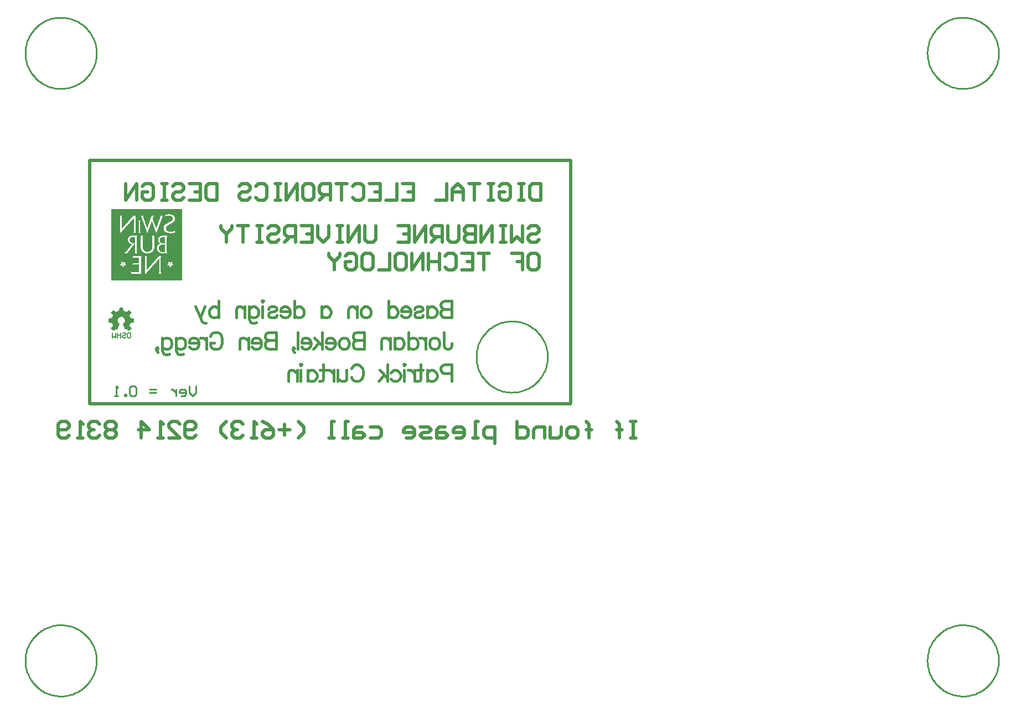
<source format=gbo>
G04*
G04 #@! TF.GenerationSoftware,Altium Limited,Altium Designer,19.1.8 (144)*
G04*
G04 Layer_Color=32896*
%FSLAX25Y25*%
%MOIN*%
G70*
G01*
G75*
%ADD12C,0.01000*%
%ADD15C,0.02000*%
%ADD22C,0.01500*%
%ADD90C,0.00700*%
G36*
X206718Y401489D02*
Y401389D01*
Y401289D01*
Y401189D01*
Y401089D01*
Y400989D01*
Y400889D01*
Y400789D01*
Y400689D01*
Y400589D01*
Y400489D01*
Y400389D01*
Y400289D01*
Y400189D01*
Y400089D01*
Y399989D01*
Y399889D01*
Y399789D01*
Y399689D01*
Y399589D01*
Y399489D01*
Y399389D01*
Y399289D01*
Y399189D01*
Y399089D01*
Y398989D01*
Y398889D01*
Y398789D01*
Y398689D01*
Y398589D01*
Y398489D01*
Y398389D01*
Y398289D01*
Y398189D01*
Y398089D01*
Y397989D01*
Y397889D01*
Y397789D01*
Y397689D01*
Y397589D01*
Y397489D01*
Y397389D01*
Y397289D01*
Y397189D01*
Y397089D01*
Y396989D01*
Y396889D01*
Y396789D01*
Y396689D01*
Y396589D01*
Y396489D01*
Y396389D01*
Y396289D01*
Y396189D01*
Y396089D01*
Y395989D01*
Y395889D01*
Y395789D01*
Y395689D01*
Y395589D01*
Y395489D01*
Y395389D01*
Y395289D01*
Y395189D01*
Y395089D01*
Y394989D01*
Y394889D01*
Y394789D01*
Y394689D01*
Y394589D01*
Y394489D01*
Y394389D01*
Y394289D01*
Y394189D01*
Y394089D01*
Y393989D01*
Y393889D01*
Y393789D01*
Y393689D01*
Y393589D01*
Y393489D01*
Y393389D01*
Y393289D01*
Y393189D01*
Y393089D01*
Y392989D01*
Y392889D01*
Y392789D01*
Y392689D01*
Y392589D01*
Y392489D01*
Y392389D01*
Y392289D01*
Y392189D01*
Y392089D01*
Y391989D01*
Y391889D01*
Y391789D01*
Y391689D01*
Y391589D01*
Y391489D01*
Y391389D01*
Y391289D01*
Y391189D01*
Y391089D01*
Y390989D01*
Y390889D01*
Y390789D01*
Y390689D01*
Y390589D01*
Y390489D01*
Y390389D01*
Y390289D01*
Y390189D01*
Y390089D01*
Y389989D01*
Y389889D01*
Y389789D01*
Y389689D01*
Y389589D01*
Y389489D01*
Y389389D01*
Y389289D01*
Y389189D01*
Y389089D01*
Y388989D01*
Y388889D01*
Y388789D01*
Y388689D01*
Y388589D01*
Y388489D01*
Y388389D01*
Y388289D01*
Y388189D01*
Y388089D01*
Y387989D01*
Y387889D01*
Y387789D01*
Y387689D01*
Y387589D01*
Y387489D01*
Y387389D01*
Y387289D01*
Y387189D01*
Y387089D01*
Y386989D01*
Y386889D01*
Y386789D01*
Y386689D01*
Y386589D01*
Y386489D01*
Y386389D01*
Y386289D01*
Y386189D01*
Y386089D01*
Y385989D01*
Y385889D01*
Y385789D01*
Y385689D01*
Y385589D01*
Y385489D01*
Y385389D01*
Y385289D01*
Y385189D01*
Y385089D01*
Y384989D01*
Y384889D01*
Y384789D01*
Y384689D01*
Y384589D01*
Y384489D01*
Y384389D01*
Y384289D01*
Y384189D01*
Y384089D01*
Y383989D01*
Y383889D01*
Y383789D01*
Y383689D01*
Y383589D01*
Y383489D01*
Y383389D01*
Y383289D01*
Y383189D01*
Y383089D01*
Y382989D01*
Y382889D01*
Y382789D01*
Y382689D01*
Y382589D01*
Y382489D01*
Y382389D01*
Y382289D01*
Y382189D01*
Y382089D01*
Y381989D01*
Y381889D01*
Y381789D01*
Y381689D01*
Y381589D01*
Y381489D01*
Y381389D01*
Y381289D01*
Y381189D01*
Y381089D01*
Y380989D01*
Y380889D01*
Y380789D01*
Y380689D01*
Y380589D01*
Y380489D01*
Y380389D01*
Y380289D01*
Y380189D01*
Y380089D01*
Y379989D01*
Y379889D01*
Y379789D01*
Y379689D01*
Y379589D01*
Y379489D01*
Y379389D01*
Y379289D01*
Y379189D01*
Y379089D01*
Y378989D01*
Y378889D01*
Y378789D01*
Y378689D01*
Y378589D01*
Y378489D01*
Y378389D01*
Y378289D01*
Y378189D01*
Y378089D01*
Y377989D01*
Y377889D01*
Y377789D01*
Y377689D01*
Y377589D01*
Y377489D01*
Y377389D01*
Y377289D01*
Y377189D01*
Y377089D01*
Y376989D01*
Y376889D01*
Y376789D01*
Y376689D01*
Y376589D01*
Y376489D01*
Y376389D01*
Y376289D01*
Y376189D01*
Y376089D01*
Y375989D01*
Y375889D01*
Y375789D01*
Y375689D01*
Y375589D01*
Y375489D01*
Y375389D01*
Y375289D01*
Y375189D01*
Y375089D01*
Y374989D01*
Y374889D01*
Y374789D01*
Y374689D01*
Y374589D01*
Y374489D01*
Y374389D01*
Y374289D01*
Y374189D01*
Y374089D01*
Y373989D01*
Y373889D01*
Y373789D01*
Y373689D01*
Y373589D01*
Y373489D01*
Y373389D01*
Y373289D01*
Y373189D01*
Y373089D01*
Y372989D01*
Y372889D01*
Y372789D01*
Y372689D01*
Y372589D01*
Y372489D01*
Y372389D01*
Y372289D01*
Y372189D01*
Y372089D01*
Y371989D01*
Y371889D01*
Y371789D01*
Y371689D01*
Y371589D01*
Y371489D01*
Y371389D01*
Y371289D01*
Y371189D01*
Y371089D01*
Y370989D01*
Y370889D01*
Y370789D01*
Y370689D01*
Y370589D01*
Y370489D01*
Y370389D01*
Y370289D01*
Y370189D01*
Y370089D01*
Y369989D01*
Y369889D01*
Y369789D01*
Y369689D01*
Y369589D01*
Y369489D01*
Y369389D01*
Y369289D01*
Y369189D01*
Y369089D01*
Y368989D01*
Y368889D01*
Y368789D01*
Y368689D01*
Y368589D01*
Y368489D01*
Y368389D01*
Y368289D01*
Y368189D01*
Y368089D01*
Y367989D01*
Y367889D01*
Y367789D01*
Y367689D01*
Y367589D01*
Y367489D01*
Y367389D01*
Y367289D01*
Y367189D01*
Y367089D01*
Y366989D01*
Y366889D01*
Y366789D01*
Y366689D01*
Y366589D01*
Y366489D01*
Y366389D01*
Y366289D01*
Y366189D01*
Y366089D01*
Y365989D01*
Y365889D01*
Y365789D01*
Y365689D01*
Y365589D01*
Y365489D01*
Y365389D01*
Y365289D01*
Y365189D01*
Y365089D01*
Y364989D01*
Y364889D01*
Y364789D01*
Y364689D01*
Y364589D01*
Y364489D01*
Y364389D01*
Y364289D01*
Y364189D01*
Y364089D01*
Y363989D01*
Y363889D01*
Y363789D01*
Y363689D01*
Y363589D01*
Y363489D01*
Y363389D01*
Y363289D01*
Y363189D01*
Y363089D01*
Y362989D01*
Y362889D01*
Y362789D01*
Y362689D01*
Y362589D01*
Y362489D01*
Y362389D01*
Y362289D01*
Y362189D01*
Y362089D01*
Y361989D01*
Y361889D01*
Y361789D01*
Y361689D01*
Y361589D01*
Y361489D01*
Y361389D01*
Y361289D01*
Y361189D01*
Y361089D01*
Y360989D01*
Y360889D01*
Y360789D01*
Y360689D01*
Y360589D01*
Y360489D01*
Y360389D01*
Y360289D01*
Y360189D01*
Y360089D01*
Y359989D01*
Y359889D01*
Y359789D01*
Y359689D01*
Y359589D01*
Y359489D01*
Y359389D01*
Y359289D01*
Y359189D01*
Y359089D01*
Y358989D01*
Y358889D01*
X163818D01*
Y358989D01*
Y359089D01*
Y359189D01*
Y359289D01*
Y359389D01*
Y359489D01*
Y359589D01*
Y359689D01*
Y359789D01*
Y359889D01*
Y359989D01*
Y360089D01*
Y360189D01*
Y360289D01*
Y360389D01*
Y360489D01*
Y360589D01*
Y360689D01*
Y360789D01*
Y360889D01*
Y360989D01*
Y361089D01*
Y361189D01*
Y361289D01*
Y361389D01*
Y361489D01*
Y361589D01*
Y361689D01*
Y361789D01*
Y361889D01*
Y361989D01*
Y362089D01*
Y362189D01*
Y362289D01*
Y362389D01*
Y362489D01*
Y362589D01*
Y362689D01*
Y362789D01*
Y362889D01*
Y362989D01*
Y363089D01*
Y363189D01*
Y363289D01*
Y363389D01*
Y363489D01*
Y363589D01*
Y363689D01*
Y363789D01*
Y363889D01*
Y363989D01*
Y364089D01*
Y364189D01*
Y364289D01*
Y364389D01*
Y364489D01*
Y364589D01*
Y364689D01*
Y364789D01*
Y364889D01*
Y364989D01*
Y365089D01*
Y365189D01*
Y365289D01*
Y365389D01*
Y365489D01*
Y365589D01*
Y365689D01*
Y365789D01*
Y365889D01*
Y365989D01*
Y366089D01*
Y366189D01*
Y366289D01*
Y366389D01*
Y366489D01*
Y366589D01*
Y366689D01*
Y366789D01*
Y366889D01*
Y366989D01*
Y367089D01*
Y367189D01*
Y367289D01*
Y367389D01*
Y367489D01*
Y367589D01*
Y367689D01*
Y367789D01*
Y367889D01*
Y367989D01*
Y368089D01*
Y368189D01*
Y368289D01*
Y368389D01*
Y368489D01*
Y368589D01*
Y368689D01*
Y368789D01*
Y368889D01*
Y368989D01*
Y369089D01*
Y369189D01*
Y369289D01*
Y369389D01*
Y369489D01*
Y369589D01*
Y369689D01*
Y369789D01*
Y369889D01*
Y369989D01*
Y370089D01*
Y370189D01*
Y370289D01*
Y370389D01*
Y370489D01*
Y370589D01*
Y370689D01*
Y370789D01*
Y370889D01*
Y370989D01*
Y371089D01*
Y371189D01*
Y371289D01*
Y371389D01*
Y371489D01*
Y371589D01*
Y371689D01*
Y371789D01*
Y371889D01*
Y371989D01*
Y372089D01*
Y372189D01*
Y372289D01*
Y372389D01*
Y372489D01*
Y372589D01*
Y372689D01*
Y372789D01*
Y372889D01*
Y372989D01*
Y373089D01*
Y373189D01*
Y373289D01*
Y373389D01*
Y373489D01*
Y373589D01*
Y373689D01*
Y373789D01*
Y373889D01*
Y373989D01*
Y374089D01*
Y374189D01*
Y374289D01*
Y374389D01*
Y374489D01*
Y374589D01*
Y374689D01*
Y374789D01*
Y374889D01*
Y374989D01*
Y375089D01*
Y375189D01*
Y375289D01*
Y375389D01*
Y375489D01*
Y375589D01*
Y375689D01*
Y375789D01*
Y375889D01*
Y375989D01*
Y376089D01*
Y376189D01*
Y376289D01*
Y376389D01*
Y376489D01*
Y376589D01*
Y376689D01*
Y376789D01*
Y376889D01*
Y376989D01*
Y377089D01*
Y377189D01*
Y377289D01*
Y377389D01*
Y377489D01*
Y377589D01*
Y377689D01*
Y377789D01*
Y377889D01*
Y377989D01*
Y378089D01*
Y378189D01*
Y378289D01*
Y378389D01*
Y378489D01*
Y378589D01*
Y378689D01*
Y378789D01*
Y378889D01*
Y378989D01*
Y379089D01*
Y379189D01*
Y379289D01*
Y379389D01*
Y379489D01*
Y379589D01*
Y379689D01*
Y379789D01*
Y379889D01*
Y379989D01*
Y380089D01*
Y380189D01*
Y380289D01*
Y380389D01*
Y380489D01*
Y380589D01*
Y380689D01*
Y380789D01*
Y380889D01*
Y380989D01*
Y381089D01*
Y381189D01*
Y381289D01*
Y381389D01*
Y381489D01*
Y381589D01*
Y381689D01*
Y381789D01*
Y381889D01*
Y381989D01*
Y382089D01*
Y382189D01*
Y382289D01*
Y382389D01*
Y382489D01*
Y382589D01*
Y382689D01*
Y382789D01*
Y382889D01*
Y382989D01*
Y383089D01*
Y383189D01*
Y383289D01*
Y383389D01*
Y383489D01*
Y383589D01*
Y383689D01*
Y383789D01*
Y383889D01*
Y383989D01*
Y384089D01*
Y384189D01*
Y384289D01*
Y384389D01*
Y384489D01*
Y384589D01*
Y384689D01*
Y384789D01*
Y384889D01*
Y384989D01*
Y385089D01*
Y385189D01*
Y385289D01*
Y385389D01*
Y385489D01*
Y385589D01*
Y385689D01*
Y385789D01*
Y385889D01*
Y385989D01*
Y386089D01*
Y386189D01*
Y386289D01*
Y386389D01*
Y386489D01*
Y386589D01*
Y386689D01*
Y386789D01*
Y386889D01*
Y386989D01*
Y387089D01*
Y387189D01*
Y387289D01*
Y387389D01*
Y387489D01*
Y387589D01*
Y387689D01*
Y387789D01*
Y387889D01*
Y387989D01*
Y388089D01*
Y388189D01*
Y388289D01*
Y388389D01*
Y388489D01*
Y388589D01*
Y388689D01*
Y388789D01*
Y388889D01*
Y388989D01*
Y389089D01*
Y389189D01*
Y389289D01*
Y389389D01*
Y389489D01*
Y389589D01*
Y389689D01*
Y389789D01*
Y389889D01*
Y389989D01*
Y390089D01*
Y390189D01*
Y390289D01*
Y390389D01*
Y390489D01*
Y390589D01*
Y390689D01*
Y390789D01*
Y390889D01*
Y390989D01*
Y391089D01*
Y391189D01*
Y391289D01*
Y391389D01*
Y391489D01*
Y391589D01*
Y391689D01*
Y391789D01*
Y391889D01*
Y391989D01*
Y392089D01*
Y392189D01*
Y392289D01*
Y392389D01*
Y392489D01*
Y392589D01*
Y392689D01*
Y392789D01*
Y392889D01*
Y392989D01*
Y393089D01*
Y393189D01*
Y393289D01*
Y393389D01*
Y393489D01*
Y393589D01*
Y393689D01*
Y393789D01*
Y393889D01*
Y393989D01*
Y394089D01*
Y394189D01*
Y394289D01*
Y394389D01*
Y394489D01*
Y394589D01*
Y394689D01*
Y394789D01*
Y394889D01*
Y394989D01*
Y395089D01*
Y395189D01*
Y395289D01*
Y395389D01*
Y395489D01*
Y395589D01*
Y395689D01*
Y395789D01*
Y395889D01*
Y395989D01*
Y396089D01*
Y396189D01*
Y396289D01*
Y396389D01*
Y396489D01*
Y396589D01*
Y396689D01*
Y396789D01*
Y396889D01*
Y396989D01*
Y397089D01*
Y397189D01*
Y397289D01*
Y397389D01*
Y397489D01*
Y397589D01*
Y397689D01*
Y397789D01*
Y397889D01*
Y397989D01*
Y398089D01*
Y398189D01*
Y398289D01*
Y398389D01*
Y398489D01*
Y398589D01*
Y398689D01*
Y398789D01*
Y398889D01*
Y398989D01*
Y399089D01*
Y399189D01*
Y399289D01*
Y399389D01*
Y399489D01*
Y399589D01*
Y399689D01*
Y399789D01*
Y399889D01*
Y399989D01*
Y400089D01*
Y400189D01*
Y400289D01*
Y400389D01*
Y400489D01*
Y400589D01*
Y400689D01*
Y400789D01*
Y400889D01*
Y400989D01*
Y401089D01*
Y401189D01*
Y401289D01*
Y401389D01*
Y401489D01*
Y401589D01*
X206718D01*
Y401489D01*
D02*
G37*
G36*
X170970Y342434D02*
X170992Y342411D01*
X171014Y342346D01*
X171387Y340373D01*
Y340351D01*
X171409Y340329D01*
X171431Y340285D01*
X171474Y340263D01*
X172811Y339715D01*
X172943D01*
X174587Y340877D01*
X174653D01*
X174697Y340855D01*
X174740Y340833D01*
X176143Y339474D01*
Y339452D01*
Y339387D01*
Y339365D01*
Y339321D01*
X175025Y337677D01*
Y337655D01*
Y337611D01*
Y337589D01*
Y337523D01*
X175639Y336164D01*
Y336142D01*
X175661Y336121D01*
X175683Y336099D01*
X175727Y336077D01*
X177612Y335748D01*
X177634D01*
X177656Y335726D01*
X177678Y335704D01*
X177700Y335638D01*
Y333665D01*
Y333644D01*
Y333622D01*
X177656Y333578D01*
X177612Y333556D01*
X175771Y333183D01*
X175727D01*
X175705Y333139D01*
X175683Y333096D01*
X175069Y331627D01*
Y331605D01*
Y331561D01*
Y331539D01*
Y331495D01*
X176143Y329917D01*
Y329873D01*
Y329851D01*
Y329830D01*
X174740Y328427D01*
X174718Y328405D01*
X174697D01*
X174631Y328383D01*
X174587Y328427D01*
X173074Y329457D01*
X172943D01*
X172285Y329084D01*
X172241D01*
X172198Y329106D01*
X172176Y329128D01*
X170773Y332482D01*
Y332504D01*
Y332526D01*
X170817Y332613D01*
X171014Y332723D01*
X171036Y332745D01*
X171058Y332767D01*
X171102Y332811D01*
X171124D01*
X171145Y332833D01*
X171255Y332920D01*
X171409Y333052D01*
X171606Y333249D01*
X171781Y333512D01*
X171935Y333819D01*
X172044Y334192D01*
X172088Y334389D01*
Y334608D01*
Y334652D01*
Y334762D01*
X172066Y334937D01*
X172000Y335156D01*
X171935Y335397D01*
X171825Y335660D01*
X171672Y335923D01*
X171452Y336164D01*
X171431Y336186D01*
X171343Y336274D01*
X171211Y336384D01*
X171036Y336493D01*
X170817Y336625D01*
X170554Y336712D01*
X170247Y336800D01*
X169918Y336822D01*
X169765D01*
X169611Y336778D01*
X169392Y336734D01*
X169151Y336668D01*
X168888Y336537D01*
X168625Y336384D01*
X168384Y336164D01*
X168362Y336142D01*
X168296Y336055D01*
X168186Y335923D01*
X168077Y335726D01*
X167945Y335507D01*
X167858Y335244D01*
X167770Y334937D01*
X167748Y334608D01*
Y334586D01*
Y334564D01*
Y334498D01*
X167770Y334411D01*
X167792Y334192D01*
X167879Y333928D01*
X167989Y333644D01*
X168164Y333337D01*
X168405Y333052D01*
X168559Y332920D01*
X168734Y332811D01*
X168756Y332789D01*
X168800Y332745D01*
X168822D01*
X168844Y332723D01*
X169019Y332613D01*
X169041Y332591D01*
X169063Y332482D01*
X167704Y329128D01*
X167660Y329106D01*
X167616Y329084D01*
X167551D01*
X166893Y329457D01*
X166762D01*
X165249Y328427D01*
Y328405D01*
X165205D01*
X165161Y328383D01*
X165118Y328427D01*
X163693Y329830D01*
Y329873D01*
Y329895D01*
Y329917D01*
X164767Y331495D01*
Y331517D01*
Y331561D01*
Y331583D01*
Y331627D01*
X164153Y333096D01*
Y333118D01*
Y333139D01*
X164109Y333161D01*
X164065Y333183D01*
X162224Y333556D01*
X162202D01*
X162180Y333578D01*
X162158Y333600D01*
X162136Y333665D01*
Y335638D01*
Y335660D01*
X162158Y335704D01*
X162180Y335726D01*
X162224Y335748D01*
X164109Y336077D01*
X164131D01*
X164153Y336099D01*
X164197Y336121D01*
X164263Y336164D01*
X164811Y337523D01*
Y337545D01*
Y337611D01*
Y337633D01*
Y337655D01*
Y337677D01*
X163693Y339321D01*
Y339343D01*
Y339387D01*
Y339408D01*
Y339474D01*
X165118Y340833D01*
X165161Y340855D01*
X165249Y340877D01*
X166893Y339715D01*
X167046D01*
X168362Y340263D01*
X168384D01*
X168405Y340285D01*
X168427Y340307D01*
X168449Y340373D01*
X168844Y342346D01*
Y342368D01*
X168866Y342411D01*
X168888Y342434D01*
X168932Y342455D01*
X170926D01*
X170970Y342434D01*
D02*
G37*
%LPC*%
G36*
X195118Y397889D02*
X193618D01*
Y397789D01*
X193418D01*
Y397689D01*
X193518D01*
Y397589D01*
Y397489D01*
Y397389D01*
Y397289D01*
Y397189D01*
Y397089D01*
Y396989D01*
X193418D01*
Y396889D01*
Y396789D01*
Y396689D01*
X193318D01*
Y396589D01*
Y396489D01*
X193218D01*
Y396389D01*
Y396289D01*
Y396189D01*
X193118D01*
Y396089D01*
Y395989D01*
Y395889D01*
X193018D01*
Y395789D01*
Y395689D01*
Y395589D01*
X192918D01*
Y395489D01*
Y395389D01*
X192818D01*
Y395289D01*
Y395189D01*
Y395089D01*
X192718D01*
Y394989D01*
Y394889D01*
Y394789D01*
Y394689D01*
X192618D01*
Y394589D01*
Y394489D01*
X192518D01*
Y394389D01*
Y394289D01*
Y394189D01*
X192418D01*
Y394089D01*
Y393989D01*
Y393889D01*
X192318D01*
Y393789D01*
Y393689D01*
Y393589D01*
X192218D01*
Y393489D01*
Y393389D01*
X192118D01*
Y393289D01*
Y393189D01*
Y393089D01*
X192018D01*
Y392989D01*
Y392889D01*
Y392789D01*
Y392689D01*
X191918D01*
Y392589D01*
Y392489D01*
X191818D01*
Y392389D01*
Y392289D01*
Y392189D01*
X191718D01*
Y392089D01*
Y391989D01*
Y391889D01*
X191618D01*
Y391789D01*
Y391689D01*
Y391589D01*
X191518D01*
Y391489D01*
Y391389D01*
X191418D01*
Y391289D01*
Y391189D01*
Y391089D01*
X191318D01*
Y390989D01*
Y390889D01*
Y390789D01*
X191218D01*
Y390689D01*
Y390589D01*
Y390489D01*
X191118D01*
Y390389D01*
Y390289D01*
X191018D01*
Y390189D01*
X190918D01*
Y390289D01*
Y390389D01*
X190818D01*
Y390489D01*
Y390589D01*
X190718D01*
Y390689D01*
Y390789D01*
Y390889D01*
X190618D01*
Y390989D01*
Y391089D01*
Y391189D01*
X190518D01*
Y391289D01*
Y391389D01*
Y391489D01*
X190418D01*
Y391589D01*
Y391689D01*
X190318D01*
Y391789D01*
Y391889D01*
Y391989D01*
X190218D01*
Y392089D01*
Y392189D01*
Y392289D01*
X190118D01*
Y392389D01*
Y392489D01*
X190018D01*
Y392589D01*
Y392689D01*
Y392789D01*
X189918D01*
Y392889D01*
Y392989D01*
Y393089D01*
X189818D01*
Y393189D01*
Y393289D01*
Y393389D01*
X189718D01*
Y393489D01*
Y393589D01*
X189618D01*
Y393689D01*
Y393789D01*
Y393889D01*
X189518D01*
Y393989D01*
Y394089D01*
Y394189D01*
X189418D01*
Y394289D01*
Y394389D01*
X189318D01*
Y394489D01*
Y394589D01*
X189218D01*
Y394689D01*
Y394789D01*
Y394889D01*
X189118D01*
Y394989D01*
Y395089D01*
Y395189D01*
X189018D01*
Y395289D01*
Y395389D01*
X188918D01*
Y395489D01*
Y395589D01*
Y395689D01*
X188818D01*
Y395789D01*
Y395889D01*
X188918D01*
Y395989D01*
Y396089D01*
Y396189D01*
X189018D01*
Y396289D01*
Y396389D01*
X189118D01*
Y396489D01*
Y396589D01*
X189218D01*
Y396689D01*
Y396789D01*
Y396889D01*
X189318D01*
Y396989D01*
Y397089D01*
X189418D01*
Y397189D01*
Y397289D01*
X189518D01*
Y397389D01*
X189618D01*
Y397489D01*
Y397589D01*
X189818D01*
Y397689D01*
Y397789D01*
X189718D01*
Y397889D01*
X188118D01*
Y397789D01*
X188018D01*
Y397689D01*
X188118D01*
Y397589D01*
Y397489D01*
Y397389D01*
Y397289D01*
Y397189D01*
Y397089D01*
X188018D01*
Y396989D01*
Y396889D01*
Y396789D01*
X187918D01*
Y396689D01*
Y396589D01*
X187818D01*
Y396489D01*
Y396389D01*
Y396289D01*
X187718D01*
Y396189D01*
Y396089D01*
Y395989D01*
X187618D01*
Y395889D01*
Y395789D01*
Y395689D01*
X187518D01*
Y395589D01*
Y395489D01*
X187418D01*
Y395389D01*
Y395289D01*
Y395189D01*
X187318D01*
Y395089D01*
Y394989D01*
Y394889D01*
X187218D01*
Y394789D01*
Y394689D01*
X187118D01*
Y394589D01*
Y394489D01*
Y394389D01*
Y394289D01*
X187018D01*
Y394189D01*
Y394089D01*
Y393989D01*
X186918D01*
Y393889D01*
Y393789D01*
X186818D01*
Y393689D01*
Y393589D01*
Y393489D01*
X186718D01*
Y393389D01*
Y393289D01*
Y393189D01*
X186618D01*
Y393089D01*
Y392989D01*
Y392889D01*
X186518D01*
Y392789D01*
Y392689D01*
X186418D01*
Y392589D01*
Y392489D01*
Y392389D01*
X186318D01*
Y392289D01*
Y392189D01*
Y392089D01*
X186218D01*
Y391989D01*
Y391889D01*
Y391789D01*
X186118D01*
Y391689D01*
Y391589D01*
X186018D01*
Y391489D01*
Y391389D01*
Y391289D01*
X185918D01*
Y391189D01*
Y391089D01*
Y390989D01*
X185818D01*
Y390889D01*
Y390789D01*
X185718D01*
Y390689D01*
Y390589D01*
Y390489D01*
X185618D01*
Y390389D01*
Y390289D01*
Y390189D01*
Y390089D01*
X185518D01*
Y390189D01*
X185418D01*
Y390289D01*
Y390389D01*
X185318D01*
Y390489D01*
Y390589D01*
Y390689D01*
X185218D01*
Y390789D01*
Y390889D01*
Y390989D01*
Y391089D01*
X185118D01*
Y391189D01*
Y391289D01*
X185018D01*
Y391389D01*
Y391489D01*
Y391589D01*
X184918D01*
Y391689D01*
Y391789D01*
Y391889D01*
Y391989D01*
X184818D01*
Y392089D01*
Y392189D01*
Y392289D01*
X184718D01*
Y392389D01*
Y392489D01*
X184618D01*
Y392589D01*
Y392689D01*
Y392789D01*
X184518D01*
Y392889D01*
Y392989D01*
Y393089D01*
Y393189D01*
X184418D01*
Y393289D01*
Y393389D01*
X184318D01*
Y393489D01*
Y393589D01*
Y393689D01*
X184218D01*
Y393789D01*
Y393889D01*
Y393989D01*
X184118D01*
Y394089D01*
Y394189D01*
Y394289D01*
X184018D01*
Y394389D01*
Y394489D01*
X183918D01*
Y394589D01*
Y394689D01*
Y394789D01*
Y394889D01*
X183818D01*
Y394989D01*
Y395089D01*
Y395189D01*
X183718D01*
Y395289D01*
Y395389D01*
Y395489D01*
X183618D01*
Y395589D01*
Y395689D01*
X183518D01*
Y395789D01*
Y395889D01*
Y395989D01*
Y396089D01*
X183418D01*
Y396189D01*
Y396289D01*
Y396389D01*
X183318D01*
Y396489D01*
Y396589D01*
Y396689D01*
X183218D01*
Y396789D01*
Y396889D01*
Y396989D01*
X183118D01*
Y397089D01*
Y397189D01*
Y397289D01*
X183018D01*
Y397389D01*
Y397489D01*
Y397589D01*
X183118D01*
Y397689D01*
Y397789D01*
X183018D01*
Y397889D01*
X181818D01*
Y397789D01*
X181618D01*
Y397689D01*
X181718D01*
Y397589D01*
X181818D01*
Y397489D01*
X181918D01*
Y397389D01*
Y397289D01*
X182018D01*
Y397189D01*
Y397089D01*
X182118D01*
Y396989D01*
Y396889D01*
X182218D01*
Y396789D01*
Y396689D01*
Y396589D01*
X182318D01*
Y396489D01*
Y396389D01*
X182418D01*
Y396289D01*
Y396189D01*
Y396089D01*
Y395989D01*
X182518D01*
Y395889D01*
Y395789D01*
X182618D01*
Y395689D01*
Y395589D01*
Y395489D01*
X182718D01*
Y395389D01*
Y395289D01*
Y395189D01*
X182818D01*
Y395089D01*
Y394989D01*
Y394889D01*
X182918D01*
Y394789D01*
Y394689D01*
X183018D01*
Y394589D01*
Y394489D01*
Y394389D01*
X183118D01*
Y394289D01*
Y394189D01*
Y394089D01*
X183218D01*
Y393989D01*
Y393889D01*
Y393789D01*
X183318D01*
Y393689D01*
Y393589D01*
X183418D01*
Y393489D01*
Y393389D01*
Y393289D01*
X183518D01*
Y393189D01*
Y393089D01*
Y392989D01*
X183618D01*
Y392889D01*
Y392789D01*
Y392689D01*
X183718D01*
Y392589D01*
Y392489D01*
X183818D01*
Y392389D01*
Y392289D01*
Y392189D01*
X183918D01*
Y392089D01*
Y391989D01*
Y391889D01*
X184018D01*
Y391789D01*
Y391689D01*
Y391589D01*
X184118D01*
Y391489D01*
Y391389D01*
Y391289D01*
X184218D01*
Y391189D01*
Y391089D01*
Y390989D01*
X184318D01*
Y390889D01*
Y390789D01*
X184418D01*
Y390689D01*
Y390589D01*
Y390489D01*
X184518D01*
Y390389D01*
Y390289D01*
Y390189D01*
X184618D01*
Y390089D01*
Y389989D01*
Y389889D01*
X184718D01*
Y389789D01*
Y389689D01*
X184818D01*
Y389589D01*
Y389489D01*
Y389389D01*
X184918D01*
Y389289D01*
Y389189D01*
Y389089D01*
X185018D01*
Y388989D01*
Y388889D01*
Y388789D01*
X185118D01*
Y388689D01*
Y388589D01*
X185218D01*
Y388489D01*
Y388389D01*
Y388289D01*
X185318D01*
Y388189D01*
Y388089D01*
Y387989D01*
X185418D01*
Y387889D01*
Y387789D01*
Y387689D01*
X185518D01*
Y387589D01*
Y387489D01*
X185618D01*
Y387389D01*
Y387289D01*
X185718D01*
Y387389D01*
Y387489D01*
X185818D01*
Y387589D01*
Y387689D01*
Y387789D01*
X185918D01*
Y387889D01*
Y387989D01*
X186018D01*
Y388089D01*
Y388189D01*
Y388289D01*
X186118D01*
Y388389D01*
Y388489D01*
Y388589D01*
X186218D01*
Y388689D01*
Y388789D01*
X186318D01*
Y388889D01*
Y388989D01*
Y389089D01*
X186418D01*
Y389189D01*
Y389289D01*
Y389389D01*
X186518D01*
Y389489D01*
Y389589D01*
X186618D01*
Y389689D01*
Y389789D01*
Y389889D01*
X186718D01*
Y389989D01*
Y390089D01*
Y390189D01*
X186818D01*
Y390289D01*
Y390389D01*
Y390489D01*
X186918D01*
Y390589D01*
Y390689D01*
X187018D01*
Y390789D01*
Y390889D01*
Y390989D01*
X187118D01*
Y391089D01*
Y391189D01*
Y391289D01*
X187218D01*
Y391389D01*
Y391489D01*
X187318D01*
Y391589D01*
Y391689D01*
Y391789D01*
X187418D01*
Y391889D01*
Y391989D01*
Y392089D01*
X187518D01*
Y392189D01*
Y392289D01*
Y392389D01*
X187618D01*
Y392489D01*
Y392589D01*
X187718D01*
Y392689D01*
Y392789D01*
Y392889D01*
X187818D01*
Y392989D01*
Y393089D01*
Y393189D01*
X187918D01*
Y393289D01*
Y393389D01*
X188018D01*
Y393489D01*
Y393589D01*
X188118D01*
Y393689D01*
Y393789D01*
Y393889D01*
Y393989D01*
X188218D01*
Y394089D01*
Y394189D01*
X188318D01*
Y394289D01*
Y394389D01*
X188518D01*
Y394289D01*
Y394189D01*
Y394089D01*
X188618D01*
Y393989D01*
Y393889D01*
Y393789D01*
X188718D01*
Y393689D01*
Y393589D01*
X188818D01*
Y393489D01*
Y393389D01*
Y393289D01*
Y393189D01*
X188918D01*
Y393089D01*
Y392989D01*
X189018D01*
Y392889D01*
Y392789D01*
Y392689D01*
X189118D01*
Y392589D01*
Y392489D01*
Y392389D01*
X189218D01*
Y392289D01*
Y392189D01*
Y392089D01*
X189318D01*
Y391989D01*
Y391889D01*
X189418D01*
Y391789D01*
Y391689D01*
Y391589D01*
X189518D01*
Y391489D01*
Y391389D01*
Y391289D01*
X189618D01*
Y391189D01*
Y391089D01*
Y390989D01*
X189718D01*
Y390889D01*
Y390789D01*
X189818D01*
Y390689D01*
Y390589D01*
Y390489D01*
X189918D01*
Y390389D01*
Y390289D01*
Y390189D01*
X190018D01*
Y390089D01*
Y389989D01*
Y389889D01*
X190118D01*
Y389789D01*
Y389689D01*
X190218D01*
Y389589D01*
Y389489D01*
Y389389D01*
X190318D01*
Y389289D01*
Y389189D01*
Y389089D01*
X190418D01*
Y388989D01*
Y388889D01*
X190518D01*
Y388789D01*
Y388689D01*
Y388589D01*
X190618D01*
Y388489D01*
Y388389D01*
Y388289D01*
X190718D01*
Y388189D01*
Y388089D01*
Y387989D01*
X190818D01*
Y387889D01*
Y387789D01*
X190918D01*
Y387689D01*
Y387589D01*
Y387489D01*
X191018D01*
Y387389D01*
Y387289D01*
X191118D01*
Y387389D01*
X191218D01*
Y387489D01*
Y387589D01*
X191318D01*
Y387689D01*
Y387789D01*
Y387889D01*
X191418D01*
Y387989D01*
Y388089D01*
Y388189D01*
X191518D01*
Y388289D01*
Y388389D01*
X191618D01*
Y388489D01*
Y388589D01*
Y388689D01*
X191718D01*
Y388789D01*
Y388889D01*
Y388989D01*
X191818D01*
Y389089D01*
Y389189D01*
Y389289D01*
X191918D01*
Y389389D01*
Y389489D01*
X192018D01*
Y389589D01*
Y389689D01*
Y389789D01*
X192118D01*
Y389889D01*
Y389989D01*
Y390089D01*
X192218D01*
Y390189D01*
Y390289D01*
X192318D01*
Y390389D01*
Y390489D01*
Y390589D01*
X192418D01*
Y390689D01*
Y390789D01*
Y390889D01*
X192518D01*
Y390989D01*
Y391089D01*
Y391189D01*
X192618D01*
Y391289D01*
Y391389D01*
X192718D01*
Y391489D01*
Y391589D01*
Y391689D01*
X192818D01*
Y391789D01*
Y391889D01*
Y391989D01*
X192918D01*
Y392089D01*
Y392189D01*
X193018D01*
Y392289D01*
Y392389D01*
Y392489D01*
X193118D01*
Y392589D01*
Y392689D01*
Y392789D01*
X193218D01*
Y392889D01*
Y392989D01*
X193318D01*
Y393089D01*
Y393189D01*
Y393289D01*
X193418D01*
Y393389D01*
Y393489D01*
X193518D01*
Y393589D01*
Y393689D01*
Y393789D01*
Y393889D01*
X193618D01*
Y393989D01*
Y394089D01*
X193718D01*
Y394189D01*
Y394289D01*
X193818D01*
Y394389D01*
Y394489D01*
Y394589D01*
X193918D01*
Y394689D01*
Y394789D01*
Y394889D01*
X194018D01*
Y394989D01*
Y395089D01*
X194118D01*
Y395189D01*
Y395289D01*
Y395389D01*
X194218D01*
Y395489D01*
Y395589D01*
Y395689D01*
X194318D01*
Y395789D01*
Y395889D01*
Y395989D01*
X194418D01*
Y396089D01*
Y396189D01*
X194518D01*
Y396289D01*
Y396389D01*
Y396489D01*
X194618D01*
Y396589D01*
Y396689D01*
Y396789D01*
X194718D01*
Y396889D01*
Y396989D01*
X194818D01*
Y397089D01*
Y397189D01*
Y397289D01*
X194918D01*
Y397389D01*
Y397489D01*
X195018D01*
Y397589D01*
X195118D01*
Y397689D01*
X195218D01*
Y397789D01*
X195118D01*
Y397889D01*
D02*
G37*
G36*
X178718D02*
X177418D01*
Y397789D01*
X177218D01*
Y397689D01*
X177118D01*
Y397589D01*
X177018D01*
Y397489D01*
Y397389D01*
X176918D01*
Y397289D01*
X176818D01*
Y397189D01*
X176718D01*
Y397089D01*
X176618D01*
Y396989D01*
X176518D01*
Y396889D01*
X176418D01*
Y396789D01*
Y396689D01*
X176318D01*
Y396589D01*
X176218D01*
Y396489D01*
X176118D01*
Y396389D01*
X176018D01*
Y396289D01*
X175918D01*
Y396189D01*
X175818D01*
Y396089D01*
X175718D01*
Y395989D01*
Y395889D01*
X175618D01*
Y395789D01*
X175518D01*
Y395689D01*
X175418D01*
Y395589D01*
X175318D01*
Y395489D01*
X175218D01*
Y395389D01*
X175118D01*
Y395289D01*
X175018D01*
Y395189D01*
Y395089D01*
X174918D01*
Y394989D01*
X174818D01*
Y394889D01*
X174718D01*
Y394789D01*
X174618D01*
Y394689D01*
X174518D01*
Y394589D01*
X174418D01*
Y394489D01*
X174318D01*
Y394389D01*
X174218D01*
Y394289D01*
Y394189D01*
X174118D01*
Y394089D01*
X174018D01*
Y393989D01*
X173918D01*
Y393889D01*
X173818D01*
Y393789D01*
X173718D01*
Y393689D01*
X173618D01*
Y393589D01*
X173518D01*
Y393489D01*
Y393389D01*
X173418D01*
Y393289D01*
X173318D01*
Y393189D01*
X173218D01*
Y393089D01*
X173118D01*
Y392989D01*
X173018D01*
Y392889D01*
X172918D01*
Y392789D01*
X172818D01*
Y392689D01*
Y392589D01*
X172718D01*
Y392489D01*
X172618D01*
Y392389D01*
X172518D01*
Y392289D01*
X172418D01*
Y392189D01*
X172318D01*
Y392089D01*
X172218D01*
Y391989D01*
X172118D01*
Y391889D01*
X172018D01*
Y391789D01*
Y391689D01*
X171918D01*
Y391589D01*
X171818D01*
Y391489D01*
X171718D01*
Y391389D01*
X171618D01*
Y391289D01*
Y391189D01*
X171418D01*
Y391089D01*
Y390989D01*
X171318D01*
Y390889D01*
X171218D01*
Y390789D01*
X171118D01*
Y390689D01*
X171018D01*
Y390589D01*
X170918D01*
Y390489D01*
X170818D01*
Y390389D01*
X170718D01*
Y390289D01*
Y390189D01*
X170618D01*
Y390089D01*
X170518D01*
Y389989D01*
X170418D01*
Y389889D01*
X170318D01*
Y389789D01*
X170218D01*
Y389689D01*
X170118D01*
Y389789D01*
Y389889D01*
Y389989D01*
Y390089D01*
Y390189D01*
Y390289D01*
Y390389D01*
Y390489D01*
Y390589D01*
Y390689D01*
Y390789D01*
Y390889D01*
Y390989D01*
Y391089D01*
Y391189D01*
Y391289D01*
Y391389D01*
Y391489D01*
Y391589D01*
Y391689D01*
Y391789D01*
Y391889D01*
Y391989D01*
Y392089D01*
Y392189D01*
Y392289D01*
Y392389D01*
Y392489D01*
Y392589D01*
Y392689D01*
Y392789D01*
Y392889D01*
Y392989D01*
Y393089D01*
Y393189D01*
Y393289D01*
Y393389D01*
Y393489D01*
Y393589D01*
Y393689D01*
Y393789D01*
Y393889D01*
Y393989D01*
Y394089D01*
Y394189D01*
Y394289D01*
Y394389D01*
Y394489D01*
Y394589D01*
Y394689D01*
Y394789D01*
Y394889D01*
Y394989D01*
Y395089D01*
Y395189D01*
Y395289D01*
Y395389D01*
Y395489D01*
Y395589D01*
Y395689D01*
Y395789D01*
Y395889D01*
Y395989D01*
Y396089D01*
Y396189D01*
Y396289D01*
Y396389D01*
X170018D01*
Y396489D01*
Y396589D01*
Y396689D01*
X170118D01*
Y396789D01*
Y396889D01*
Y396989D01*
Y397089D01*
Y397189D01*
Y397289D01*
Y397389D01*
Y397489D01*
X170218D01*
Y397589D01*
Y397689D01*
Y397789D01*
X170118D01*
Y397889D01*
X169118D01*
Y397789D01*
Y397689D01*
Y397589D01*
Y397489D01*
Y397389D01*
X169218D01*
Y397289D01*
Y397189D01*
Y397089D01*
Y396989D01*
Y396889D01*
Y396789D01*
Y396689D01*
Y396589D01*
Y396489D01*
Y396389D01*
Y396289D01*
Y396189D01*
Y396089D01*
Y395989D01*
Y395889D01*
Y395789D01*
Y395689D01*
Y395589D01*
Y395489D01*
Y395389D01*
Y395289D01*
Y395189D01*
Y395089D01*
Y394989D01*
Y394889D01*
Y394789D01*
Y394689D01*
Y394589D01*
Y394489D01*
Y394389D01*
Y394289D01*
Y394189D01*
Y394089D01*
Y393989D01*
Y393889D01*
Y393789D01*
Y393689D01*
Y393589D01*
Y393489D01*
Y393389D01*
Y393289D01*
Y393189D01*
Y393089D01*
Y392989D01*
Y392889D01*
Y392789D01*
Y392689D01*
Y392589D01*
Y392489D01*
Y392389D01*
Y392289D01*
Y392189D01*
Y392089D01*
Y391989D01*
Y391889D01*
Y391789D01*
Y391689D01*
Y391589D01*
Y391489D01*
Y391389D01*
Y391289D01*
Y391189D01*
Y391089D01*
Y390989D01*
Y390889D01*
Y390789D01*
Y390689D01*
Y390589D01*
Y390489D01*
Y390389D01*
Y390289D01*
Y390189D01*
Y390089D01*
Y389989D01*
Y389889D01*
Y389789D01*
Y389689D01*
Y389589D01*
Y389489D01*
Y389389D01*
Y389289D01*
Y389189D01*
Y389089D01*
Y388989D01*
Y388889D01*
Y388789D01*
Y388689D01*
Y388589D01*
Y388489D01*
Y388389D01*
Y388289D01*
Y388189D01*
Y388089D01*
Y387989D01*
Y387889D01*
Y387789D01*
Y387689D01*
Y387589D01*
Y387489D01*
Y387389D01*
Y387289D01*
Y387189D01*
X169318D01*
Y387289D01*
X169518D01*
Y387389D01*
Y387489D01*
X169618D01*
Y387589D01*
X169718D01*
Y387689D01*
X169818D01*
Y387789D01*
X169918D01*
Y387889D01*
X170018D01*
Y387989D01*
X170118D01*
Y388089D01*
X170218D01*
Y388189D01*
X170318D01*
Y388289D01*
Y388389D01*
X170418D01*
Y388489D01*
X170518D01*
Y388589D01*
X170618D01*
Y388689D01*
X170718D01*
Y388789D01*
X170818D01*
Y388889D01*
X170918D01*
Y388989D01*
X171018D01*
Y389089D01*
X171118D01*
Y389189D01*
X171218D01*
Y389289D01*
X171318D01*
Y389389D01*
Y389489D01*
X171418D01*
Y389589D01*
X171518D01*
Y389689D01*
X171618D01*
Y389789D01*
X171718D01*
Y389889D01*
X171818D01*
Y389989D01*
X171918D01*
Y390089D01*
X172018D01*
Y390189D01*
X172118D01*
Y390289D01*
X172218D01*
Y390389D01*
X172318D01*
Y390489D01*
Y390589D01*
X172418D01*
Y390689D01*
X172518D01*
Y390789D01*
X172618D01*
Y390889D01*
X172718D01*
Y390989D01*
X172818D01*
Y391089D01*
X172918D01*
Y391189D01*
X173018D01*
Y391289D01*
X173118D01*
Y391389D01*
X173218D01*
Y391489D01*
Y391589D01*
X173318D01*
Y391689D01*
X173418D01*
Y391789D01*
X173518D01*
Y391889D01*
X173618D01*
Y391989D01*
X173718D01*
Y392089D01*
X173818D01*
Y392189D01*
X173918D01*
Y392289D01*
X174018D01*
Y392389D01*
X174118D01*
Y392489D01*
X174218D01*
Y392589D01*
Y392689D01*
X174318D01*
Y392789D01*
X174418D01*
Y392889D01*
X174518D01*
Y392989D01*
X174618D01*
Y393089D01*
X174718D01*
Y393189D01*
X174818D01*
Y393289D01*
X174918D01*
Y393389D01*
X175018D01*
Y393489D01*
X175118D01*
Y393589D01*
X175218D01*
Y393689D01*
X175318D01*
Y393789D01*
Y393889D01*
X175418D01*
Y393989D01*
X175518D01*
Y394089D01*
X175618D01*
Y394189D01*
X175718D01*
Y394289D01*
X175818D01*
Y394389D01*
X175918D01*
Y394489D01*
X176018D01*
Y394589D01*
Y394689D01*
X176218D01*
Y394789D01*
X176318D01*
Y394889D01*
Y394989D01*
X176418D01*
Y395089D01*
X176518D01*
Y395189D01*
X176618D01*
Y395289D01*
X176718D01*
Y395389D01*
X176818D01*
Y395489D01*
X176918D01*
Y395589D01*
X177018D01*
Y395689D01*
Y395789D01*
X177118D01*
Y395889D01*
X177218D01*
Y395989D01*
X177318D01*
Y396089D01*
X177418D01*
Y396189D01*
X177518D01*
Y396089D01*
X177618D01*
Y395989D01*
Y395889D01*
Y395789D01*
Y395689D01*
Y395589D01*
Y395489D01*
Y395389D01*
Y395289D01*
Y395189D01*
Y395089D01*
Y394989D01*
Y394889D01*
Y394789D01*
Y394689D01*
Y394589D01*
Y394489D01*
Y394389D01*
Y394289D01*
Y394189D01*
Y394089D01*
Y393989D01*
Y393889D01*
Y393789D01*
Y393689D01*
Y393589D01*
Y393489D01*
Y393389D01*
Y393289D01*
Y393189D01*
Y393089D01*
Y392989D01*
Y392889D01*
Y392789D01*
Y392689D01*
Y392589D01*
Y392489D01*
Y392389D01*
Y392289D01*
Y392189D01*
Y392089D01*
Y391989D01*
Y391889D01*
Y391789D01*
Y391689D01*
Y391589D01*
Y391489D01*
Y391389D01*
Y391289D01*
Y391189D01*
Y391089D01*
Y390989D01*
Y390889D01*
Y390789D01*
Y390689D01*
Y390589D01*
Y390489D01*
Y390389D01*
Y390289D01*
Y390189D01*
Y390089D01*
Y389989D01*
Y389889D01*
Y389789D01*
Y389689D01*
Y389589D01*
Y389489D01*
Y389389D01*
Y389289D01*
Y389189D01*
Y389089D01*
Y388989D01*
Y388889D01*
Y388789D01*
Y388689D01*
Y388589D01*
Y388489D01*
Y388389D01*
Y388289D01*
X177518D01*
Y388189D01*
Y388089D01*
Y387989D01*
Y387889D01*
Y387789D01*
X177418D01*
Y387689D01*
Y387589D01*
Y387489D01*
Y387389D01*
X178618D01*
Y387489D01*
X178718D01*
Y387589D01*
X178618D01*
Y387689D01*
Y387789D01*
X178518D01*
Y387889D01*
Y387989D01*
Y388089D01*
Y388189D01*
Y388289D01*
Y388389D01*
Y388489D01*
Y388589D01*
Y388689D01*
Y388789D01*
Y388889D01*
Y388989D01*
Y389089D01*
Y389189D01*
Y389289D01*
Y389389D01*
Y389489D01*
Y389589D01*
Y389689D01*
Y389789D01*
Y389889D01*
Y389989D01*
Y390089D01*
Y390189D01*
Y390289D01*
Y390389D01*
Y390489D01*
Y390589D01*
Y390689D01*
Y390789D01*
Y390889D01*
Y390989D01*
Y391089D01*
Y391189D01*
Y391289D01*
Y391389D01*
Y391489D01*
Y391589D01*
Y391689D01*
Y391789D01*
Y391889D01*
Y391989D01*
Y392089D01*
Y392189D01*
Y392289D01*
Y392389D01*
Y392489D01*
Y392589D01*
Y392689D01*
Y392789D01*
Y392889D01*
Y392989D01*
Y393089D01*
Y393189D01*
Y393289D01*
Y393389D01*
Y393489D01*
Y393589D01*
Y393689D01*
Y393789D01*
Y393889D01*
Y393989D01*
Y394089D01*
Y394189D01*
Y394289D01*
Y394389D01*
Y394489D01*
Y394589D01*
Y394689D01*
Y394789D01*
Y394889D01*
Y394989D01*
Y395089D01*
Y395189D01*
Y395289D01*
Y395389D01*
Y395489D01*
Y395589D01*
Y395689D01*
Y395789D01*
Y395889D01*
Y395989D01*
Y396089D01*
Y396189D01*
Y396289D01*
Y396389D01*
Y396489D01*
Y396589D01*
Y396689D01*
Y396789D01*
Y396889D01*
Y396989D01*
Y397089D01*
Y397189D01*
Y397289D01*
Y397389D01*
X178618D01*
Y397489D01*
Y397589D01*
X178718D01*
Y397689D01*
X178818D01*
Y397789D01*
X178718D01*
Y397889D01*
D02*
G37*
G36*
X181618Y394789D02*
X180318D01*
Y394689D01*
X180418D01*
Y394589D01*
Y394489D01*
X180518D01*
Y394389D01*
Y394289D01*
Y394189D01*
Y394089D01*
Y393989D01*
Y393889D01*
Y393789D01*
Y393689D01*
Y393589D01*
Y393489D01*
Y393389D01*
Y393289D01*
Y393189D01*
Y393089D01*
Y392989D01*
Y392889D01*
Y392789D01*
Y392689D01*
Y392589D01*
Y392489D01*
Y392389D01*
Y392289D01*
Y392189D01*
Y392089D01*
Y391989D01*
Y391889D01*
Y391789D01*
Y391689D01*
Y391589D01*
Y391489D01*
Y391389D01*
Y391289D01*
Y391189D01*
Y391089D01*
Y390989D01*
Y390889D01*
Y390789D01*
Y390689D01*
Y390589D01*
Y390489D01*
Y390389D01*
Y390289D01*
Y390189D01*
Y390089D01*
Y389989D01*
Y389889D01*
Y389789D01*
Y389689D01*
Y389589D01*
Y389489D01*
Y389389D01*
Y389289D01*
Y389189D01*
Y389089D01*
Y388989D01*
Y388889D01*
Y388789D01*
Y388689D01*
Y388589D01*
Y388489D01*
Y388389D01*
Y388289D01*
Y388189D01*
Y388089D01*
Y387989D01*
Y387889D01*
Y387789D01*
Y387689D01*
X180418D01*
Y387589D01*
Y387489D01*
Y387389D01*
X181518D01*
Y387489D01*
X181618D01*
Y387589D01*
X181518D01*
Y387689D01*
Y387789D01*
X181418D01*
Y387889D01*
Y387989D01*
Y388089D01*
Y388189D01*
Y388289D01*
Y388389D01*
Y388489D01*
Y388589D01*
Y388689D01*
Y388789D01*
Y388889D01*
Y388989D01*
Y389089D01*
Y389189D01*
Y389289D01*
Y389389D01*
Y389489D01*
Y389589D01*
Y389689D01*
Y389789D01*
Y389889D01*
Y389989D01*
Y390089D01*
Y390189D01*
Y390289D01*
Y390389D01*
Y390489D01*
Y390589D01*
Y390689D01*
Y390789D01*
Y390889D01*
Y390989D01*
Y391089D01*
Y391189D01*
Y391289D01*
Y391389D01*
Y391489D01*
Y391589D01*
Y391689D01*
Y391789D01*
Y391889D01*
Y391989D01*
Y392089D01*
Y392189D01*
Y392289D01*
Y392389D01*
Y392489D01*
Y392589D01*
Y392689D01*
Y392789D01*
Y392889D01*
Y392989D01*
Y393089D01*
Y393189D01*
Y393289D01*
Y393389D01*
Y393489D01*
Y393589D01*
Y393689D01*
Y393789D01*
Y393889D01*
Y393989D01*
Y394089D01*
Y394189D01*
Y394289D01*
Y394389D01*
X181518D01*
Y394489D01*
Y394589D01*
X181618D01*
Y394689D01*
Y394789D01*
D02*
G37*
G36*
X199418Y398589D02*
X198218D01*
Y398489D01*
X197218D01*
Y398389D01*
X196718D01*
Y398289D01*
X196618D01*
Y398189D01*
X196518D01*
Y398089D01*
Y397989D01*
Y397889D01*
Y397789D01*
Y397689D01*
Y397589D01*
Y397489D01*
Y397389D01*
Y397289D01*
Y397189D01*
X196718D01*
Y397289D01*
X196818D01*
Y397389D01*
X197018D01*
Y397489D01*
X197118D01*
Y397589D01*
X197418D01*
Y397689D01*
X197818D01*
Y397789D01*
X198618D01*
Y397889D01*
X198918D01*
Y397789D01*
X199418D01*
Y397689D01*
X199718D01*
Y397589D01*
X200018D01*
Y397489D01*
X200118D01*
Y397389D01*
X200318D01*
Y397289D01*
X200418D01*
Y397189D01*
X200518D01*
Y397089D01*
X200618D01*
Y396989D01*
X200718D01*
Y396889D01*
X200818D01*
Y396789D01*
Y396689D01*
X200918D01*
Y396589D01*
Y396489D01*
X201018D01*
Y396389D01*
Y396289D01*
Y396189D01*
Y396089D01*
Y395989D01*
Y395889D01*
Y395789D01*
Y395689D01*
Y395589D01*
X200918D01*
Y395489D01*
Y395389D01*
X200818D01*
Y395289D01*
Y395189D01*
X200718D01*
Y395089D01*
X200618D01*
Y394989D01*
Y394889D01*
X200518D01*
Y394789D01*
X200318D01*
Y394689D01*
X200218D01*
Y394589D01*
X200118D01*
Y394489D01*
X199918D01*
Y394389D01*
X199718D01*
Y394289D01*
X199618D01*
Y394189D01*
X199418D01*
Y394089D01*
X199218D01*
Y393989D01*
X199018D01*
Y393889D01*
X198918D01*
Y393789D01*
X198718D01*
Y393689D01*
X198518D01*
Y393589D01*
X198418D01*
Y393489D01*
X198218D01*
Y393389D01*
X198018D01*
Y393289D01*
X197818D01*
Y393189D01*
X197718D01*
Y393089D01*
X197518D01*
Y392989D01*
X197318D01*
Y392889D01*
X197118D01*
Y392789D01*
X197018D01*
Y392689D01*
X196818D01*
Y392589D01*
X196718D01*
Y392489D01*
X196518D01*
Y392389D01*
X196418D01*
Y392289D01*
X196318D01*
Y392189D01*
X196218D01*
Y392089D01*
X196118D01*
Y391989D01*
X196018D01*
Y391889D01*
X195918D01*
Y391789D01*
Y391689D01*
X195818D01*
Y391589D01*
X195718D01*
Y391489D01*
Y391389D01*
Y391289D01*
X195618D01*
Y391189D01*
Y391089D01*
Y390989D01*
Y390889D01*
X195518D01*
Y390789D01*
Y390689D01*
Y390589D01*
Y390489D01*
Y390389D01*
Y390289D01*
Y390189D01*
Y390089D01*
Y389989D01*
Y389889D01*
Y389789D01*
Y389689D01*
Y389589D01*
Y389489D01*
Y389389D01*
X195618D01*
Y389289D01*
Y389189D01*
Y389089D01*
Y388989D01*
X195718D01*
Y388889D01*
Y388789D01*
X195818D01*
Y388689D01*
X195918D01*
Y388589D01*
Y388489D01*
X196018D01*
Y388389D01*
X196118D01*
Y388289D01*
X196218D01*
Y388189D01*
X196318D01*
Y388089D01*
X196418D01*
Y387989D01*
X196618D01*
Y387889D01*
X196818D01*
Y387789D01*
X196918D01*
Y387689D01*
X197218D01*
Y387589D01*
X197518D01*
Y387489D01*
X197718D01*
Y387389D01*
X198118D01*
Y387289D01*
X199018D01*
Y387189D01*
X200718D01*
Y387289D01*
X201618D01*
Y387389D01*
X201918D01*
Y387489D01*
X202118D01*
Y387589D01*
X202218D01*
Y387689D01*
Y387789D01*
Y387889D01*
Y387989D01*
Y388089D01*
Y388189D01*
Y388289D01*
Y388389D01*
Y388489D01*
Y388589D01*
Y388689D01*
X202018D01*
Y388589D01*
X201918D01*
Y388489D01*
X201818D01*
Y388389D01*
X201618D01*
Y388289D01*
X201318D01*
Y388189D01*
X201118D01*
Y388089D01*
X200618D01*
Y387989D01*
X198818D01*
Y388089D01*
X198318D01*
Y388189D01*
X198118D01*
Y388289D01*
X197918D01*
Y388389D01*
X197718D01*
Y388489D01*
X197618D01*
Y388589D01*
X197418D01*
Y388689D01*
X197318D01*
Y388789D01*
Y388889D01*
X197218D01*
Y388989D01*
X197118D01*
Y389089D01*
Y389189D01*
X197018D01*
Y389289D01*
Y389389D01*
Y389489D01*
X196918D01*
Y389589D01*
Y389689D01*
Y389789D01*
Y389889D01*
Y389989D01*
Y390089D01*
Y390189D01*
Y390289D01*
Y390389D01*
Y390489D01*
Y390589D01*
X197018D01*
Y390689D01*
Y390789D01*
Y390889D01*
X197118D01*
Y390989D01*
Y391089D01*
X197218D01*
Y391189D01*
X197318D01*
Y391289D01*
X197418D01*
Y391389D01*
X197518D01*
Y391489D01*
X197618D01*
Y391589D01*
X197818D01*
Y391689D01*
X197918D01*
Y391789D01*
X198018D01*
Y391889D01*
X198218D01*
Y391989D01*
X198418D01*
Y392089D01*
X198518D01*
Y392189D01*
X198718D01*
Y392289D01*
X198918D01*
Y392389D01*
X199118D01*
Y392489D01*
X199218D01*
Y392589D01*
X199418D01*
Y392689D01*
X199618D01*
Y392789D01*
X199718D01*
Y392889D01*
X199918D01*
Y392989D01*
X200118D01*
Y393089D01*
X200318D01*
Y393189D01*
X200418D01*
Y393289D01*
X200618D01*
Y393389D01*
X200818D01*
Y393489D01*
X200918D01*
Y393589D01*
X201018D01*
Y393689D01*
X201218D01*
Y393789D01*
X201318D01*
Y393889D01*
X201418D01*
Y393989D01*
X201518D01*
Y394089D01*
X201618D01*
Y394189D01*
X201718D01*
Y394289D01*
X201818D01*
Y394389D01*
X201918D01*
Y394489D01*
Y394589D01*
X202018D01*
Y394689D01*
Y394789D01*
X202118D01*
Y394889D01*
Y394989D01*
Y395089D01*
X202218D01*
Y395189D01*
Y395289D01*
Y395389D01*
Y395489D01*
X202318D01*
Y395589D01*
Y395689D01*
Y395789D01*
Y395889D01*
Y395989D01*
Y396089D01*
Y396189D01*
Y396289D01*
X202218D01*
Y396389D01*
Y396489D01*
Y396589D01*
X202118D01*
Y396689D01*
Y396789D01*
Y396889D01*
X202018D01*
Y396989D01*
Y397089D01*
X201918D01*
Y397189D01*
X201818D01*
Y397289D01*
Y397389D01*
X201718D01*
Y397489D01*
X201618D01*
Y397589D01*
X201518D01*
Y397689D01*
X201418D01*
Y397789D01*
X201318D01*
Y397889D01*
X201118D01*
Y397989D01*
X201018D01*
Y398089D01*
X200818D01*
Y398189D01*
X200618D01*
Y398289D01*
X200318D01*
Y398389D01*
X199918D01*
Y398489D01*
X199418D01*
Y398589D01*
D02*
G37*
G36*
X189918Y385589D02*
X188518D01*
Y385489D01*
Y385389D01*
Y385289D01*
X188618D01*
Y385189D01*
Y385089D01*
Y384989D01*
Y384889D01*
Y384789D01*
Y384689D01*
Y384589D01*
Y384489D01*
Y384389D01*
Y384289D01*
Y384189D01*
Y384089D01*
Y383989D01*
Y383889D01*
Y383789D01*
Y383689D01*
Y383589D01*
Y383489D01*
Y383389D01*
Y383289D01*
Y383189D01*
Y383089D01*
Y382989D01*
Y382889D01*
Y382789D01*
Y382689D01*
Y382589D01*
Y382489D01*
Y382389D01*
Y382289D01*
Y382189D01*
Y382089D01*
Y381989D01*
Y381889D01*
Y381789D01*
Y381689D01*
Y381589D01*
Y381489D01*
Y381389D01*
Y381289D01*
Y381189D01*
Y381089D01*
Y380989D01*
Y380889D01*
Y380789D01*
Y380689D01*
Y380589D01*
Y380489D01*
Y380389D01*
Y380289D01*
Y380189D01*
Y380089D01*
Y379989D01*
Y379889D01*
Y379789D01*
Y379689D01*
Y379589D01*
Y379489D01*
Y379389D01*
Y379289D01*
Y379189D01*
Y379089D01*
Y378989D01*
Y378889D01*
Y378789D01*
Y378689D01*
Y378589D01*
Y378489D01*
Y378389D01*
Y378289D01*
Y378189D01*
X188518D01*
Y378089D01*
Y377989D01*
Y377889D01*
Y377789D01*
X188418D01*
Y377689D01*
Y377589D01*
X188318D01*
Y377489D01*
Y377389D01*
X188218D01*
Y377289D01*
Y377189D01*
X188118D01*
Y377089D01*
X188018D01*
Y376989D01*
X187918D01*
Y376889D01*
X187818D01*
Y376789D01*
X187718D01*
Y376689D01*
X187618D01*
Y376589D01*
X187518D01*
Y376489D01*
X187418D01*
Y376389D01*
X187218D01*
Y376289D01*
X187018D01*
Y376189D01*
X186818D01*
Y376089D01*
X186418D01*
Y375989D01*
X186018D01*
Y375889D01*
X185418D01*
Y375989D01*
X184918D01*
Y376089D01*
X184618D01*
Y376189D01*
X184318D01*
Y376289D01*
X184218D01*
Y376389D01*
X184018D01*
Y376489D01*
X183918D01*
Y376589D01*
X183818D01*
Y376689D01*
X183718D01*
Y376789D01*
X183618D01*
Y376889D01*
X183518D01*
Y376989D01*
X183418D01*
Y377089D01*
Y377189D01*
X183318D01*
Y377289D01*
X183218D01*
Y377389D01*
Y377489D01*
X183118D01*
Y377589D01*
Y377689D01*
Y377789D01*
X183018D01*
Y377889D01*
Y377989D01*
Y378089D01*
Y378189D01*
X182918D01*
Y378289D01*
Y378389D01*
Y378489D01*
Y378589D01*
Y378689D01*
Y378789D01*
Y378889D01*
Y378989D01*
Y379089D01*
Y379189D01*
Y379289D01*
Y379389D01*
Y379489D01*
Y379589D01*
Y379689D01*
Y379789D01*
Y379889D01*
Y379989D01*
Y380089D01*
Y380189D01*
Y380289D01*
Y380389D01*
Y380489D01*
Y380589D01*
Y380689D01*
Y380789D01*
Y380889D01*
Y380989D01*
Y381089D01*
Y381189D01*
Y381289D01*
Y381389D01*
Y381489D01*
Y381589D01*
Y381689D01*
Y381789D01*
Y381889D01*
Y381989D01*
Y382089D01*
Y382189D01*
Y382289D01*
Y382389D01*
Y382489D01*
Y382589D01*
Y382689D01*
Y382789D01*
Y382889D01*
Y382989D01*
Y383089D01*
Y383189D01*
Y383289D01*
Y383389D01*
Y383489D01*
Y383589D01*
Y383689D01*
Y383789D01*
Y383889D01*
Y383989D01*
Y384089D01*
Y384189D01*
Y384289D01*
Y384389D01*
Y384489D01*
Y384589D01*
Y384689D01*
Y384789D01*
Y384889D01*
Y384989D01*
Y385089D01*
X183018D01*
Y385189D01*
Y385289D01*
Y385389D01*
Y385489D01*
Y385589D01*
X181618D01*
Y385489D01*
Y385389D01*
X181718D01*
Y385289D01*
Y385189D01*
Y385089D01*
Y384989D01*
Y384889D01*
Y384789D01*
Y384689D01*
Y384589D01*
Y384489D01*
Y384389D01*
Y384289D01*
Y384189D01*
Y384089D01*
Y383989D01*
Y383889D01*
Y383789D01*
Y383689D01*
Y383589D01*
Y383489D01*
Y383389D01*
Y383289D01*
Y383189D01*
Y383089D01*
Y382989D01*
Y382889D01*
Y382789D01*
Y382689D01*
Y382589D01*
Y382489D01*
Y382389D01*
Y382289D01*
Y382189D01*
Y382089D01*
Y381989D01*
Y381889D01*
Y381789D01*
Y381689D01*
Y381589D01*
Y381489D01*
Y381389D01*
Y381289D01*
Y381189D01*
Y381089D01*
Y380989D01*
Y380889D01*
Y380789D01*
Y380689D01*
Y380589D01*
Y380489D01*
Y380389D01*
Y380289D01*
Y380189D01*
Y380089D01*
Y379989D01*
Y379889D01*
Y379789D01*
Y379689D01*
Y379589D01*
Y379489D01*
Y379389D01*
Y379289D01*
Y379189D01*
Y379089D01*
Y378989D01*
Y378889D01*
Y378789D01*
Y378689D01*
Y378589D01*
Y378489D01*
Y378389D01*
Y378289D01*
Y378189D01*
Y378089D01*
Y377989D01*
X181818D01*
Y377889D01*
Y377789D01*
Y377689D01*
Y377589D01*
X181918D01*
Y377489D01*
Y377389D01*
Y377289D01*
X182018D01*
Y377189D01*
Y377089D01*
X182118D01*
Y376989D01*
Y376889D01*
X182218D01*
Y376789D01*
Y376689D01*
X182318D01*
Y376589D01*
X182418D01*
Y376489D01*
Y376389D01*
X182518D01*
Y376289D01*
X182618D01*
Y376189D01*
X182718D01*
Y376089D01*
X182818D01*
Y375989D01*
X182918D01*
Y375889D01*
X183018D01*
Y375789D01*
X183218D01*
Y375689D01*
X183318D01*
Y375589D01*
X183518D01*
Y375489D01*
X183718D01*
Y375389D01*
X183918D01*
Y375289D01*
X184118D01*
Y375189D01*
X184518D01*
Y375089D01*
X185118D01*
Y374989D01*
X186318D01*
Y375089D01*
X186918D01*
Y375189D01*
X187318D01*
Y375289D01*
X187518D01*
Y375389D01*
X187718D01*
Y375489D01*
X187918D01*
Y375589D01*
X188118D01*
Y375689D01*
X188218D01*
Y375789D01*
X188418D01*
Y375889D01*
X188518D01*
Y375989D01*
X188618D01*
Y376089D01*
X188818D01*
Y376189D01*
X188918D01*
Y376289D01*
Y376389D01*
X189018D01*
Y376489D01*
X189118D01*
Y376589D01*
X189218D01*
Y376689D01*
Y376789D01*
X189318D01*
Y376889D01*
X189418D01*
Y376989D01*
Y377089D01*
X189518D01*
Y377189D01*
Y377289D01*
X189618D01*
Y377389D01*
Y377489D01*
Y377589D01*
Y377689D01*
X189718D01*
Y377789D01*
Y377889D01*
Y377989D01*
X189818D01*
Y378089D01*
Y378189D01*
Y378289D01*
Y378389D01*
Y378489D01*
Y378589D01*
Y378689D01*
Y378789D01*
Y378889D01*
Y378989D01*
Y379089D01*
Y379189D01*
Y379289D01*
Y379389D01*
Y379489D01*
Y379589D01*
Y379689D01*
Y379789D01*
Y379889D01*
Y379989D01*
Y380089D01*
Y380189D01*
Y380289D01*
Y380389D01*
Y380489D01*
Y380589D01*
Y380689D01*
Y380789D01*
Y380889D01*
Y380989D01*
Y381089D01*
Y381189D01*
Y381289D01*
Y381389D01*
Y381489D01*
Y381589D01*
Y381689D01*
Y381789D01*
Y381889D01*
Y381989D01*
Y382089D01*
Y382189D01*
Y382289D01*
Y382389D01*
Y382489D01*
Y382589D01*
Y382689D01*
Y382789D01*
Y382889D01*
Y382989D01*
Y383089D01*
Y383189D01*
Y383289D01*
Y383389D01*
Y383489D01*
Y383589D01*
Y383689D01*
Y383789D01*
Y383889D01*
Y383989D01*
Y384089D01*
Y384189D01*
Y384289D01*
Y384389D01*
Y384489D01*
Y384589D01*
Y384689D01*
Y384789D01*
Y384889D01*
Y384989D01*
Y385089D01*
Y385189D01*
Y385289D01*
X189918D01*
Y385389D01*
Y385489D01*
Y385589D01*
D02*
G37*
G36*
X197718D02*
X194218D01*
Y385489D01*
X193818D01*
Y385389D01*
X193618D01*
Y385289D01*
X193418D01*
Y385189D01*
X193218D01*
Y385089D01*
X193118D01*
Y384989D01*
X193018D01*
Y384889D01*
X192918D01*
Y384789D01*
X192818D01*
Y384689D01*
X192718D01*
Y384589D01*
X192618D01*
Y384489D01*
Y384389D01*
X192518D01*
Y384289D01*
X192418D01*
Y384189D01*
Y384089D01*
Y383989D01*
X192318D01*
Y383889D01*
Y383789D01*
Y383689D01*
X192218D01*
Y383589D01*
Y383489D01*
Y383389D01*
X192118D01*
Y383289D01*
Y383189D01*
Y383089D01*
Y382989D01*
Y382889D01*
Y382789D01*
Y382689D01*
Y382589D01*
X192218D01*
Y382489D01*
Y382389D01*
Y382289D01*
X192318D01*
Y382189D01*
Y382089D01*
Y381989D01*
X192418D01*
Y381889D01*
Y381789D01*
X192518D01*
Y381689D01*
X192618D01*
Y381589D01*
X192718D01*
Y381489D01*
X192818D01*
Y381389D01*
X192918D01*
Y381289D01*
X193018D01*
Y381189D01*
X193218D01*
Y381089D01*
X193418D01*
Y380989D01*
X193518D01*
Y380889D01*
Y380789D01*
X193218D01*
Y380689D01*
X193018D01*
Y380589D01*
X192818D01*
Y380489D01*
X192618D01*
Y380389D01*
X192418D01*
Y380289D01*
X192318D01*
Y380189D01*
X192218D01*
Y380089D01*
X192118D01*
Y379989D01*
X192018D01*
Y379889D01*
X191918D01*
Y379789D01*
Y379689D01*
X191818D01*
Y379589D01*
X191718D01*
Y379489D01*
Y379389D01*
Y379289D01*
X191618D01*
Y379189D01*
Y379089D01*
Y378989D01*
X191518D01*
Y378889D01*
Y378789D01*
Y378689D01*
Y378589D01*
Y378489D01*
X191418D01*
Y378389D01*
Y378289D01*
Y378189D01*
Y378089D01*
Y377989D01*
Y377889D01*
Y377789D01*
X191518D01*
Y377689D01*
Y377589D01*
Y377489D01*
Y377389D01*
Y377289D01*
X191618D01*
Y377189D01*
Y377089D01*
Y376989D01*
X191718D01*
Y376889D01*
Y376789D01*
Y376689D01*
X191818D01*
Y376589D01*
X191918D01*
Y376489D01*
Y376389D01*
X192018D01*
Y376289D01*
X192118D01*
Y376189D01*
X192218D01*
Y376089D01*
X192318D01*
Y375989D01*
X192418D01*
Y375889D01*
X192518D01*
Y375789D01*
X192718D01*
Y375689D01*
X192818D01*
Y375589D01*
X193018D01*
Y375489D01*
X193218D01*
Y375389D01*
X193518D01*
Y375289D01*
X193918D01*
Y375189D01*
X197618D01*
Y375289D01*
Y375389D01*
X197518D01*
Y375489D01*
Y375589D01*
Y375689D01*
X197418D01*
Y375789D01*
Y375889D01*
Y375989D01*
Y376089D01*
Y376189D01*
Y376289D01*
Y376389D01*
Y376489D01*
Y376589D01*
Y376689D01*
Y376789D01*
Y376889D01*
Y376989D01*
Y377089D01*
Y377189D01*
Y377289D01*
Y377389D01*
Y377489D01*
Y377589D01*
Y377689D01*
Y377789D01*
Y377889D01*
Y377989D01*
Y378089D01*
Y378189D01*
Y378289D01*
Y378389D01*
Y378489D01*
Y378589D01*
Y378689D01*
Y378789D01*
Y378889D01*
Y378989D01*
Y379089D01*
Y379189D01*
Y379289D01*
Y379389D01*
Y379489D01*
Y379589D01*
Y379689D01*
Y379789D01*
Y379889D01*
Y379989D01*
Y380089D01*
Y380189D01*
Y380289D01*
Y380389D01*
Y380489D01*
Y380589D01*
Y380689D01*
Y380789D01*
Y380889D01*
Y380989D01*
Y381089D01*
Y381189D01*
Y381289D01*
Y381389D01*
Y381489D01*
Y381589D01*
Y381689D01*
Y381789D01*
Y381889D01*
Y381989D01*
Y382089D01*
Y382189D01*
Y382289D01*
Y382389D01*
Y382489D01*
Y382589D01*
Y382689D01*
Y382789D01*
Y382889D01*
Y382989D01*
Y383089D01*
Y383189D01*
Y383289D01*
Y383389D01*
Y383489D01*
Y383589D01*
Y383689D01*
Y383789D01*
Y383889D01*
Y383989D01*
Y384089D01*
Y384189D01*
Y384289D01*
Y384389D01*
Y384489D01*
Y384589D01*
Y384689D01*
Y384789D01*
X197518D01*
Y384889D01*
Y384989D01*
Y385089D01*
Y385189D01*
X197618D01*
Y385289D01*
X197718D01*
Y385389D01*
Y385489D01*
Y385589D01*
D02*
G37*
G36*
X179518D02*
X175918D01*
Y385489D01*
X175418D01*
Y385389D01*
X175218D01*
Y385289D01*
X175018D01*
Y385189D01*
X174818D01*
Y385089D01*
X174718D01*
Y384989D01*
X174618D01*
Y384889D01*
X174518D01*
Y384789D01*
X174418D01*
Y384689D01*
X174318D01*
Y384589D01*
X174218D01*
Y384489D01*
Y384389D01*
X174118D01*
Y384289D01*
Y384189D01*
X174018D01*
Y384089D01*
Y383989D01*
X173918D01*
Y383889D01*
Y383789D01*
Y383689D01*
Y383589D01*
Y383489D01*
Y383389D01*
Y383289D01*
Y383189D01*
Y383089D01*
Y382989D01*
Y382889D01*
Y382789D01*
Y382689D01*
Y382589D01*
Y382489D01*
X174018D01*
Y382389D01*
Y382289D01*
X174118D01*
Y382189D01*
Y382089D01*
X174218D01*
Y381989D01*
Y381889D01*
X174318D01*
Y381789D01*
Y381689D01*
X174418D01*
Y381589D01*
X174518D01*
Y381489D01*
X174618D01*
Y381389D01*
X174718D01*
Y381289D01*
X174818D01*
Y381189D01*
X174918D01*
Y381089D01*
X175118D01*
Y380989D01*
X175218D01*
Y380889D01*
X175518D01*
Y380789D01*
X175918D01*
Y380689D01*
X176418D01*
Y380589D01*
X176518D01*
Y380489D01*
X176318D01*
Y380389D01*
Y380289D01*
X176218D01*
Y380189D01*
X176118D01*
Y380089D01*
X176018D01*
Y379989D01*
X175918D01*
Y379889D01*
X175818D01*
Y379789D01*
X175718D01*
Y379689D01*
X175618D01*
Y379589D01*
Y379489D01*
X175518D01*
Y379389D01*
X175418D01*
Y379289D01*
X175318D01*
Y379189D01*
Y379089D01*
X175218D01*
Y378989D01*
X175118D01*
Y378889D01*
X175018D01*
Y378789D01*
Y378689D01*
X174918D01*
Y378589D01*
X174818D01*
Y378489D01*
X174718D01*
Y378389D01*
X174618D01*
Y378289D01*
X174518D01*
Y378189D01*
Y378089D01*
X174418D01*
Y377989D01*
X174318D01*
Y377889D01*
X174218D01*
Y377789D01*
Y377689D01*
X174118D01*
Y377589D01*
X174018D01*
Y377489D01*
X173918D01*
Y377389D01*
Y377289D01*
X173818D01*
Y377189D01*
X173718D01*
Y377089D01*
X173618D01*
Y376989D01*
X173518D01*
Y376889D01*
X173418D01*
Y376789D01*
Y376689D01*
X173318D01*
Y376589D01*
X173218D01*
Y376489D01*
X173118D01*
Y376389D01*
Y376289D01*
X173018D01*
Y376189D01*
X172918D01*
Y376089D01*
X172818D01*
Y375989D01*
X172718D01*
Y375889D01*
Y375789D01*
X172618D01*
Y375689D01*
X172418D01*
Y375589D01*
X172318D01*
Y375489D01*
X172218D01*
Y375389D01*
X172118D01*
Y375289D01*
X172018D01*
Y375189D01*
X171918D01*
Y375089D01*
X173518D01*
Y375189D01*
X173618D01*
Y375289D01*
X173718D01*
Y375389D01*
X173818D01*
Y375489D01*
Y375589D01*
X173918D01*
Y375689D01*
X174018D01*
Y375789D01*
X174118D01*
Y375889D01*
X174218D01*
Y375989D01*
Y376089D01*
X174318D01*
Y376189D01*
X174418D01*
Y376289D01*
X174518D01*
Y376389D01*
Y376489D01*
X174618D01*
Y376589D01*
X174718D01*
Y376689D01*
X174818D01*
Y376789D01*
Y376889D01*
X174918D01*
Y376989D01*
X175018D01*
Y377089D01*
X175118D01*
Y377189D01*
X175218D01*
Y377289D01*
Y377389D01*
X175318D01*
Y377489D01*
X175418D01*
Y377589D01*
X175518D01*
Y377689D01*
Y377789D01*
X175618D01*
Y377889D01*
X175718D01*
Y377989D01*
X175818D01*
Y378089D01*
X175918D01*
Y378189D01*
Y378289D01*
X176018D01*
Y378389D01*
X176118D01*
Y378489D01*
X176218D01*
Y378589D01*
Y378689D01*
X176318D01*
Y378789D01*
X176418D01*
Y378889D01*
X176518D01*
Y378989D01*
X176618D01*
Y379089D01*
Y379189D01*
X176718D01*
Y379289D01*
X176818D01*
Y379389D01*
X176918D01*
Y379489D01*
Y379589D01*
X177018D01*
Y379689D01*
X177118D01*
Y379789D01*
X177218D01*
Y379889D01*
Y379989D01*
X177318D01*
Y380089D01*
X177418D01*
Y380189D01*
X177518D01*
Y380289D01*
Y380389D01*
X177618D01*
Y380489D01*
X177718D01*
Y380589D01*
X177818D01*
Y380689D01*
Y380789D01*
X177918D01*
Y380889D01*
X178118D01*
Y380789D01*
Y380689D01*
Y380589D01*
Y380489D01*
Y380389D01*
Y380289D01*
Y380189D01*
Y380089D01*
Y379989D01*
Y379889D01*
Y379789D01*
Y379689D01*
Y379589D01*
Y379489D01*
Y379389D01*
Y379289D01*
Y379189D01*
Y379089D01*
Y378989D01*
Y378889D01*
Y378789D01*
Y378689D01*
Y378589D01*
Y378489D01*
Y378389D01*
Y378289D01*
Y378189D01*
Y378089D01*
Y377989D01*
Y377889D01*
Y377789D01*
Y377689D01*
Y377589D01*
Y377489D01*
Y377389D01*
Y377289D01*
Y377189D01*
Y377089D01*
Y376989D01*
Y376889D01*
Y376789D01*
Y376689D01*
Y376589D01*
Y376489D01*
Y376389D01*
Y376289D01*
Y376189D01*
Y376089D01*
Y375989D01*
Y375889D01*
Y375789D01*
Y375689D01*
Y375589D01*
Y375489D01*
X178018D01*
Y375389D01*
Y375289D01*
Y375189D01*
X179518D01*
Y375289D01*
Y375389D01*
X179418D01*
Y375489D01*
Y375589D01*
X179318D01*
Y375689D01*
Y375789D01*
Y375889D01*
Y375989D01*
Y376089D01*
Y376189D01*
Y376289D01*
Y376389D01*
Y376489D01*
Y376589D01*
Y376689D01*
Y376789D01*
Y376889D01*
Y376989D01*
Y377089D01*
Y377189D01*
Y377289D01*
Y377389D01*
Y377489D01*
Y377589D01*
Y377689D01*
Y377789D01*
Y377889D01*
Y377989D01*
Y378089D01*
Y378189D01*
Y378289D01*
Y378389D01*
Y378489D01*
Y378589D01*
Y378689D01*
Y378789D01*
Y378889D01*
Y378989D01*
Y379089D01*
Y379189D01*
Y379289D01*
Y379389D01*
Y379489D01*
Y379589D01*
Y379689D01*
Y379789D01*
Y379889D01*
Y379989D01*
Y380089D01*
Y380189D01*
Y380289D01*
Y380389D01*
Y380489D01*
Y380589D01*
Y380689D01*
Y380789D01*
Y380889D01*
Y380989D01*
Y381089D01*
Y381189D01*
Y381289D01*
Y381389D01*
Y381489D01*
Y381589D01*
Y381689D01*
Y381789D01*
Y381889D01*
Y381989D01*
Y382089D01*
Y382189D01*
Y382289D01*
Y382389D01*
Y382489D01*
Y382589D01*
Y382689D01*
Y382789D01*
Y382889D01*
Y382989D01*
Y383089D01*
Y383189D01*
Y383289D01*
Y383389D01*
Y383489D01*
Y383589D01*
Y383689D01*
Y383789D01*
Y383889D01*
Y383989D01*
Y384089D01*
Y384189D01*
Y384289D01*
Y384389D01*
Y384489D01*
Y384589D01*
Y384689D01*
Y384789D01*
Y384889D01*
X179418D01*
Y384989D01*
Y385089D01*
Y385189D01*
Y385289D01*
X179518D01*
Y385389D01*
Y385489D01*
Y385589D01*
D02*
G37*
G36*
X200618Y369989D02*
X200318D01*
Y369889D01*
X199918D01*
Y369789D01*
X199718D01*
Y369689D01*
X199618D01*
Y369589D01*
Y369489D01*
Y369389D01*
Y369289D01*
Y369189D01*
Y369089D01*
Y368989D01*
Y368889D01*
X199318D01*
Y368989D01*
Y369089D01*
Y369189D01*
X199418D01*
Y369289D01*
Y369389D01*
Y369489D01*
X199318D01*
Y369589D01*
Y369689D01*
X199218D01*
Y369789D01*
X199018D01*
Y369889D01*
X198518D01*
Y369989D01*
X198418D01*
Y369889D01*
Y369789D01*
Y369689D01*
Y369589D01*
Y369489D01*
Y369389D01*
X198318D01*
Y369289D01*
X198418D01*
Y369189D01*
Y369089D01*
Y368989D01*
X198518D01*
Y368889D01*
X198718D01*
Y368789D01*
X199018D01*
Y368689D01*
X199118D01*
Y368589D01*
X199018D01*
Y368489D01*
X198918D01*
Y368589D01*
X198718D01*
Y368689D01*
X198118D01*
Y368589D01*
X198018D01*
Y368489D01*
Y368389D01*
X197918D01*
Y368289D01*
Y368189D01*
X197818D01*
Y368089D01*
Y367989D01*
X197918D01*
Y367889D01*
X198118D01*
Y367789D01*
Y367689D01*
X198318D01*
Y367589D01*
X198618D01*
Y367689D01*
X198818D01*
Y367789D01*
X198918D01*
Y367889D01*
Y367989D01*
X199018D01*
Y368089D01*
X199118D01*
Y368189D01*
X199318D01*
Y368089D01*
Y367989D01*
Y367889D01*
X199218D01*
Y367789D01*
X199118D01*
Y367689D01*
X199018D01*
Y367589D01*
Y367489D01*
Y367389D01*
X198918D01*
Y367289D01*
X199018D01*
Y367189D01*
Y367089D01*
X199118D01*
Y366989D01*
X199218D01*
Y366889D01*
X199318D01*
Y366789D01*
X199718D01*
Y366889D01*
X199818D01*
Y366989D01*
X199918D01*
Y367089D01*
X200018D01*
Y367189D01*
Y367289D01*
Y367389D01*
Y367489D01*
Y367589D01*
X199918D01*
Y367689D01*
Y367789D01*
X199818D01*
Y367889D01*
X199718D01*
Y367989D01*
Y368089D01*
X199918D01*
Y367989D01*
X200018D01*
Y367889D01*
X200118D01*
Y367789D01*
Y367689D01*
X200218D01*
Y367589D01*
X200818D01*
Y367689D01*
X200918D01*
Y367789D01*
X201018D01*
Y367889D01*
X201218D01*
Y367989D01*
X201118D01*
Y368089D01*
Y368189D01*
X201018D01*
Y368289D01*
Y368389D01*
Y368489D01*
X200918D01*
Y368589D01*
X200718D01*
Y368689D01*
X200318D01*
Y368589D01*
X200218D01*
Y368489D01*
X199918D01*
Y368589D01*
Y368689D01*
X200218D01*
Y368789D01*
X200318D01*
Y368889D01*
X200518D01*
Y368989D01*
X200618D01*
Y369089D01*
Y369189D01*
X200718D01*
Y369289D01*
Y369389D01*
Y369489D01*
X200618D01*
Y369589D01*
Y369689D01*
Y369789D01*
Y369889D01*
Y369989D01*
D02*
G37*
G36*
X170318D02*
X170018D01*
Y369889D01*
X169918D01*
Y369789D01*
X170018D01*
Y369689D01*
Y369589D01*
X169918D01*
Y369489D01*
Y369389D01*
Y369289D01*
Y369189D01*
Y369089D01*
X170018D01*
Y368989D01*
X170118D01*
Y368889D01*
X170318D01*
Y368789D01*
X170418D01*
Y368689D01*
X170618D01*
Y368589D01*
X170718D01*
Y368489D01*
X170618D01*
Y368389D01*
X170518D01*
Y368489D01*
X170418D01*
Y368589D01*
X170318D01*
Y368689D01*
X169918D01*
Y368589D01*
X169718D01*
Y368489D01*
Y368389D01*
X169618D01*
Y368289D01*
X169518D01*
Y368189D01*
Y368089D01*
Y367989D01*
X169418D01*
Y367889D01*
X169618D01*
Y367789D01*
X169718D01*
Y367689D01*
X169818D01*
Y367589D01*
X170418D01*
Y367689D01*
X170518D01*
Y367789D01*
Y367889D01*
X170618D01*
Y367989D01*
X170718D01*
Y368089D01*
X170918D01*
Y367989D01*
Y367889D01*
X170818D01*
Y367789D01*
X170718D01*
Y367689D01*
X170618D01*
Y367589D01*
Y367489D01*
Y367389D01*
Y367289D01*
Y367189D01*
Y367089D01*
X170718D01*
Y366989D01*
X170818D01*
Y366889D01*
X170918D01*
Y366789D01*
X171318D01*
Y366889D01*
X171418D01*
Y366989D01*
X171518D01*
Y367089D01*
X171618D01*
Y367189D01*
Y367289D01*
Y367389D01*
Y367489D01*
Y367589D01*
Y367689D01*
X171518D01*
Y367789D01*
X171418D01*
Y367889D01*
X171318D01*
Y367989D01*
Y368089D01*
Y368189D01*
X171518D01*
Y368089D01*
X171618D01*
Y367989D01*
X171718D01*
Y367889D01*
Y367789D01*
X171818D01*
Y367689D01*
X172018D01*
Y367589D01*
X172318D01*
Y367689D01*
X172418D01*
Y367789D01*
X172618D01*
Y367889D01*
X172718D01*
Y367989D01*
Y368089D01*
Y368189D01*
Y368289D01*
Y368389D01*
X172618D01*
Y368489D01*
Y368589D01*
X172518D01*
Y368689D01*
X171918D01*
Y368589D01*
X171718D01*
Y368489D01*
X171618D01*
Y368589D01*
X171518D01*
Y368689D01*
X171618D01*
Y368789D01*
X171918D01*
Y368889D01*
X172118D01*
Y368989D01*
X172218D01*
Y369089D01*
Y369189D01*
X172318D01*
Y369289D01*
Y369389D01*
Y369489D01*
X172218D01*
Y369589D01*
Y369689D01*
Y369789D01*
Y369889D01*
X171618D01*
Y369789D01*
X171418D01*
Y369689D01*
X171318D01*
Y369589D01*
Y369489D01*
X171218D01*
Y369389D01*
Y369289D01*
Y369189D01*
X171318D01*
Y369089D01*
Y368989D01*
Y368889D01*
X171018D01*
Y368989D01*
Y369089D01*
Y369189D01*
Y369289D01*
Y369389D01*
Y369489D01*
Y369589D01*
X170918D01*
Y369689D01*
Y369789D01*
X170718D01*
Y369889D01*
X170318D01*
Y369989D01*
D02*
G37*
G36*
X182118Y373289D02*
X176818D01*
Y373189D01*
Y373089D01*
Y372989D01*
Y372889D01*
Y372789D01*
Y372689D01*
Y372589D01*
Y372489D01*
Y372389D01*
Y372289D01*
X177018D01*
Y372389D01*
X177118D01*
Y372489D01*
X180618D01*
Y372389D01*
X180718D01*
Y372289D01*
Y372189D01*
Y372089D01*
Y371989D01*
Y371889D01*
Y371789D01*
Y371689D01*
Y371589D01*
Y371489D01*
Y371389D01*
Y371289D01*
Y371189D01*
Y371089D01*
Y370989D01*
Y370889D01*
Y370789D01*
Y370689D01*
Y370589D01*
Y370489D01*
Y370389D01*
Y370289D01*
Y370189D01*
Y370089D01*
Y369989D01*
Y369889D01*
Y369789D01*
Y369689D01*
Y369589D01*
Y369489D01*
Y369389D01*
Y369289D01*
Y369189D01*
X180618D01*
Y369089D01*
X176818D01*
Y368989D01*
Y368889D01*
Y368789D01*
Y368689D01*
Y368589D01*
Y368489D01*
Y368389D01*
Y368289D01*
Y368189D01*
X177118D01*
Y368289D01*
X180618D01*
Y368189D01*
Y368089D01*
Y367989D01*
Y367889D01*
Y367789D01*
Y367689D01*
Y367589D01*
Y367489D01*
Y367389D01*
Y367289D01*
Y367189D01*
Y367089D01*
Y366989D01*
Y366889D01*
Y366789D01*
Y366689D01*
Y366589D01*
Y366489D01*
Y366389D01*
Y366289D01*
Y366189D01*
Y366089D01*
Y365989D01*
Y365889D01*
Y365789D01*
Y365689D01*
Y365589D01*
Y365489D01*
Y365389D01*
Y365289D01*
Y365189D01*
Y365089D01*
Y364989D01*
Y364889D01*
Y364789D01*
Y364689D01*
Y364589D01*
Y364489D01*
Y364389D01*
Y364289D01*
Y364189D01*
Y364089D01*
Y363989D01*
Y363889D01*
Y363789D01*
Y363689D01*
X176718D01*
Y363789D01*
X176318D01*
Y363889D01*
X176018D01*
Y363989D01*
X175718D01*
Y363889D01*
Y363789D01*
X175818D01*
Y363689D01*
Y363589D01*
Y363489D01*
X175918D01*
Y363389D01*
Y363289D01*
Y363189D01*
Y363089D01*
X176018D01*
Y362989D01*
Y362889D01*
X182018D01*
Y362989D01*
Y363089D01*
Y363189D01*
X181918D01*
Y363289D01*
Y363389D01*
Y363489D01*
X181818D01*
Y363589D01*
Y363689D01*
Y363789D01*
Y363889D01*
Y363989D01*
Y364089D01*
Y364189D01*
Y364289D01*
Y364389D01*
Y364489D01*
Y364589D01*
Y364689D01*
Y364789D01*
Y364889D01*
Y364989D01*
Y365089D01*
Y365189D01*
Y365289D01*
Y365389D01*
Y365489D01*
Y365589D01*
Y365689D01*
Y365789D01*
Y365889D01*
Y365989D01*
Y366089D01*
Y366189D01*
Y366289D01*
Y366389D01*
Y366489D01*
Y366589D01*
Y366689D01*
Y366789D01*
Y366889D01*
Y366989D01*
Y367089D01*
Y367189D01*
Y367289D01*
Y367389D01*
Y367489D01*
Y367589D01*
Y367689D01*
Y367789D01*
Y367889D01*
Y367989D01*
Y368089D01*
Y368189D01*
Y368289D01*
Y368389D01*
Y368489D01*
Y368589D01*
Y368689D01*
Y368789D01*
Y368889D01*
Y368989D01*
Y369089D01*
Y369189D01*
Y369289D01*
Y369389D01*
Y369489D01*
Y369589D01*
Y369689D01*
Y369789D01*
Y369889D01*
Y369989D01*
Y370089D01*
Y370189D01*
Y370289D01*
Y370389D01*
Y370489D01*
Y370589D01*
Y370689D01*
Y370789D01*
Y370889D01*
Y370989D01*
Y371089D01*
Y371189D01*
Y371289D01*
Y371389D01*
Y371489D01*
Y371589D01*
Y371689D01*
Y371789D01*
Y371889D01*
Y371989D01*
Y372089D01*
Y372189D01*
Y372289D01*
Y372389D01*
Y372489D01*
Y372589D01*
Y372689D01*
X181918D01*
Y372789D01*
Y372889D01*
Y372989D01*
X182018D01*
Y373089D01*
Y373189D01*
X182118D01*
Y373289D01*
D02*
G37*
G36*
X185418Y373389D02*
X184418D01*
Y373289D01*
X184318D01*
Y373189D01*
Y373089D01*
Y372989D01*
X184418D01*
Y372889D01*
Y372789D01*
Y372689D01*
Y372589D01*
Y372489D01*
Y372389D01*
Y372289D01*
Y372189D01*
Y372089D01*
Y371989D01*
Y371889D01*
Y371789D01*
Y371689D01*
Y371589D01*
Y371489D01*
Y371389D01*
Y371289D01*
Y371189D01*
Y371089D01*
Y370989D01*
Y370889D01*
Y370789D01*
Y370689D01*
Y370589D01*
Y370489D01*
Y370389D01*
Y370289D01*
Y370189D01*
Y370089D01*
Y369989D01*
Y369889D01*
Y369789D01*
Y369689D01*
Y369589D01*
Y369489D01*
Y369389D01*
Y369289D01*
Y369189D01*
Y369089D01*
Y368989D01*
Y368889D01*
Y368789D01*
Y368689D01*
Y368589D01*
Y368489D01*
Y368389D01*
Y368289D01*
Y368189D01*
Y368089D01*
Y367989D01*
Y367889D01*
Y367789D01*
Y367689D01*
Y367589D01*
Y367489D01*
Y367389D01*
Y367289D01*
Y367189D01*
Y367089D01*
Y366989D01*
Y366889D01*
Y366789D01*
Y366689D01*
Y366589D01*
Y366489D01*
Y366389D01*
Y366289D01*
Y366189D01*
Y366089D01*
Y365989D01*
Y365889D01*
Y365789D01*
Y365689D01*
Y365589D01*
Y365489D01*
Y365389D01*
Y365289D01*
Y365189D01*
Y365089D01*
Y364989D01*
Y364889D01*
Y364789D01*
Y364689D01*
Y364589D01*
Y364489D01*
Y364389D01*
Y364289D01*
Y364189D01*
Y364089D01*
Y363989D01*
Y363889D01*
Y363789D01*
Y363689D01*
Y363589D01*
Y363489D01*
Y363389D01*
Y363289D01*
Y363189D01*
Y363089D01*
Y362989D01*
Y362889D01*
Y362789D01*
Y362689D01*
X184618D01*
Y362789D01*
X184718D01*
Y362889D01*
X184818D01*
Y362989D01*
X184918D01*
Y363089D01*
X185018D01*
Y363189D01*
X185118D01*
Y363289D01*
X185218D01*
Y363389D01*
Y363489D01*
X185318D01*
Y363589D01*
X185418D01*
Y363689D01*
X185518D01*
Y363789D01*
X185618D01*
Y363889D01*
X185718D01*
Y363989D01*
X185818D01*
Y364089D01*
X185918D01*
Y364189D01*
X186018D01*
Y364289D01*
X186118D01*
Y364389D01*
X186218D01*
Y364489D01*
Y364589D01*
X186318D01*
Y364689D01*
X186418D01*
Y364789D01*
X186518D01*
Y364889D01*
X186618D01*
Y364989D01*
X186718D01*
Y365089D01*
X186818D01*
Y365189D01*
X186918D01*
Y365289D01*
X187018D01*
Y365389D01*
X187118D01*
Y365489D01*
X187218D01*
Y365589D01*
Y365689D01*
X187318D01*
Y365789D01*
X187418D01*
Y365889D01*
X187518D01*
Y365989D01*
X187618D01*
Y366089D01*
X187718D01*
Y366189D01*
X187818D01*
Y366289D01*
X187918D01*
Y366389D01*
X188018D01*
Y366489D01*
X188118D01*
Y366589D01*
X188218D01*
Y366689D01*
Y366789D01*
X188318D01*
Y366889D01*
X188418D01*
Y366989D01*
X188518D01*
Y367089D01*
X188618D01*
Y367189D01*
X188718D01*
Y367289D01*
X188818D01*
Y367389D01*
X188918D01*
Y367489D01*
Y367589D01*
X189118D01*
Y367689D01*
X189218D01*
Y367789D01*
Y367889D01*
X189318D01*
Y367989D01*
X189418D01*
Y368089D01*
X189518D01*
Y368189D01*
X189618D01*
Y368289D01*
X189718D01*
Y368389D01*
X189818D01*
Y368489D01*
X189918D01*
Y368589D01*
Y368689D01*
X190118D01*
Y368789D01*
Y368889D01*
X190218D01*
Y368989D01*
X190318D01*
Y369089D01*
X190418D01*
Y369189D01*
X190518D01*
Y369289D01*
X190618D01*
Y369389D01*
X190718D01*
Y369489D01*
X190818D01*
Y369589D01*
X190918D01*
Y369689D01*
X191018D01*
Y369789D01*
X191118D01*
Y369889D01*
Y369989D01*
X191218D01*
Y370089D01*
X191318D01*
Y370189D01*
X191418D01*
Y370289D01*
X191518D01*
Y370389D01*
X191618D01*
Y370489D01*
X191718D01*
Y370589D01*
X191818D01*
Y370689D01*
X191918D01*
Y370789D01*
X192018D01*
Y370889D01*
Y370989D01*
X192118D01*
Y371089D01*
X192218D01*
Y371189D01*
X192318D01*
Y371289D01*
X192418D01*
Y371389D01*
X192518D01*
Y371489D01*
X192618D01*
Y371589D01*
X192718D01*
Y371689D01*
X192818D01*
Y371589D01*
Y371489D01*
Y371389D01*
Y371289D01*
Y371189D01*
Y371089D01*
Y370989D01*
Y370889D01*
Y370789D01*
Y370689D01*
Y370589D01*
Y370489D01*
Y370389D01*
Y370289D01*
Y370189D01*
Y370089D01*
Y369989D01*
Y369889D01*
Y369789D01*
Y369689D01*
Y369589D01*
Y369489D01*
Y369389D01*
Y369289D01*
Y369189D01*
Y369089D01*
Y368989D01*
Y368889D01*
Y368789D01*
Y368689D01*
Y368589D01*
Y368489D01*
Y368389D01*
Y368289D01*
Y368189D01*
Y368089D01*
Y367989D01*
Y367889D01*
Y367789D01*
Y367689D01*
Y367589D01*
Y367489D01*
Y367389D01*
Y367289D01*
Y367189D01*
Y367089D01*
Y366989D01*
Y366889D01*
Y366789D01*
Y366689D01*
Y366589D01*
Y366489D01*
Y366389D01*
Y366289D01*
Y366189D01*
Y366089D01*
Y365989D01*
Y365889D01*
Y365789D01*
Y365689D01*
Y365589D01*
Y365489D01*
Y365389D01*
Y365289D01*
Y365189D01*
Y365089D01*
Y364989D01*
Y364889D01*
Y364789D01*
Y364689D01*
Y364589D01*
Y364489D01*
Y364389D01*
Y364289D01*
Y364189D01*
Y364089D01*
Y363989D01*
Y363889D01*
Y363789D01*
Y363689D01*
Y363589D01*
Y363489D01*
X192718D01*
Y363389D01*
Y363289D01*
Y363189D01*
Y363089D01*
Y362989D01*
Y362889D01*
X193918D01*
Y362989D01*
Y363089D01*
X193818D01*
Y363189D01*
Y363289D01*
Y363389D01*
Y363489D01*
Y363589D01*
X193718D01*
Y363689D01*
Y363789D01*
Y363889D01*
Y363989D01*
Y364089D01*
Y364189D01*
Y364289D01*
Y364389D01*
Y364489D01*
Y364589D01*
Y364689D01*
Y364789D01*
Y364889D01*
Y364989D01*
Y365089D01*
Y365189D01*
Y365289D01*
Y365389D01*
Y365489D01*
Y365589D01*
Y365689D01*
Y365789D01*
Y365889D01*
Y365989D01*
Y366089D01*
Y366189D01*
Y366289D01*
Y366389D01*
Y366489D01*
Y366589D01*
Y366689D01*
Y366789D01*
Y366889D01*
Y366989D01*
Y367089D01*
Y367189D01*
Y367289D01*
Y367389D01*
Y367489D01*
Y367589D01*
Y367689D01*
Y367789D01*
Y367889D01*
Y367989D01*
Y368089D01*
Y368189D01*
Y368289D01*
Y368389D01*
Y368489D01*
Y368589D01*
Y368689D01*
Y368789D01*
Y368889D01*
Y368989D01*
Y369089D01*
Y369189D01*
Y369289D01*
Y369389D01*
Y369489D01*
Y369589D01*
Y369689D01*
Y369789D01*
Y369889D01*
Y369989D01*
Y370089D01*
Y370189D01*
Y370289D01*
Y370389D01*
Y370489D01*
Y370589D01*
Y370689D01*
Y370789D01*
Y370889D01*
Y370989D01*
Y371089D01*
Y371189D01*
Y371289D01*
Y371389D01*
Y371489D01*
Y371589D01*
Y371689D01*
Y371789D01*
Y371889D01*
Y371989D01*
Y372089D01*
Y372189D01*
Y372289D01*
Y372389D01*
Y372489D01*
Y372589D01*
Y372689D01*
X193818D01*
Y372789D01*
Y372889D01*
Y372989D01*
X193918D01*
Y373089D01*
Y373189D01*
X194018D01*
Y373289D01*
X192518D01*
Y373189D01*
X192418D01*
Y373089D01*
X192318D01*
Y372989D01*
X192218D01*
Y372889D01*
X192118D01*
Y372789D01*
X192018D01*
Y372689D01*
Y372589D01*
X191918D01*
Y372489D01*
X191818D01*
Y372389D01*
X191718D01*
Y372289D01*
X191618D01*
Y372189D01*
X191518D01*
Y372089D01*
X191418D01*
Y371989D01*
Y371889D01*
X191318D01*
Y371789D01*
X191218D01*
Y371689D01*
X191118D01*
Y371589D01*
X191018D01*
Y371489D01*
X190918D01*
Y371389D01*
X190818D01*
Y371289D01*
X190718D01*
Y371189D01*
X190618D01*
Y371089D01*
Y370989D01*
X190518D01*
Y370889D01*
X190418D01*
Y370789D01*
X190318D01*
Y370689D01*
X190218D01*
Y370589D01*
X190118D01*
Y370489D01*
X190018D01*
Y370389D01*
X189918D01*
Y370289D01*
Y370189D01*
X189818D01*
Y370089D01*
X189718D01*
Y369989D01*
X189618D01*
Y369889D01*
X189518D01*
Y369789D01*
X189418D01*
Y369689D01*
X189318D01*
Y369589D01*
X189218D01*
Y369489D01*
Y369389D01*
X189118D01*
Y369289D01*
X189018D01*
Y369189D01*
X188918D01*
Y369089D01*
X188818D01*
Y368989D01*
X188718D01*
Y368889D01*
X188618D01*
Y368789D01*
X188518D01*
Y368689D01*
Y368589D01*
X188418D01*
Y368489D01*
X188318D01*
Y368389D01*
X188218D01*
Y368289D01*
X188118D01*
Y368189D01*
X188018D01*
Y368089D01*
X187918D01*
Y367989D01*
X187818D01*
Y367889D01*
Y367789D01*
X187718D01*
Y367689D01*
X187618D01*
Y367589D01*
X187518D01*
Y367489D01*
X187418D01*
Y367389D01*
X187318D01*
Y367289D01*
X187218D01*
Y367189D01*
X187118D01*
Y367089D01*
Y366989D01*
X187018D01*
Y366889D01*
X186918D01*
Y366789D01*
X186818D01*
Y366689D01*
X186718D01*
Y366589D01*
X186618D01*
Y366489D01*
X186518D01*
Y366389D01*
X186418D01*
Y366289D01*
X186318D01*
Y366189D01*
Y366089D01*
X186218D01*
Y365989D01*
X186118D01*
Y365889D01*
X186018D01*
Y365789D01*
X185918D01*
Y365689D01*
X185818D01*
Y365589D01*
X185718D01*
Y365489D01*
X185618D01*
Y365389D01*
Y365289D01*
X185518D01*
Y365189D01*
X185318D01*
Y365289D01*
Y365389D01*
Y365489D01*
Y365589D01*
Y365689D01*
Y365789D01*
Y365889D01*
Y365989D01*
Y366089D01*
Y366189D01*
Y366289D01*
Y366389D01*
Y366489D01*
Y366589D01*
Y366689D01*
Y366789D01*
Y366889D01*
Y366989D01*
Y367089D01*
Y367189D01*
Y367289D01*
Y367389D01*
Y367489D01*
Y367589D01*
Y367689D01*
Y367789D01*
Y367889D01*
Y367989D01*
Y368089D01*
Y368189D01*
Y368289D01*
Y368389D01*
Y368489D01*
Y368589D01*
Y368689D01*
Y368789D01*
Y368889D01*
Y368989D01*
Y369089D01*
Y369189D01*
Y369289D01*
Y369389D01*
Y369489D01*
Y369589D01*
Y369689D01*
Y369789D01*
Y369889D01*
Y369989D01*
Y370089D01*
Y370189D01*
Y370289D01*
Y370389D01*
Y370489D01*
Y370589D01*
Y370689D01*
Y370789D01*
Y370889D01*
Y370989D01*
Y371089D01*
Y371189D01*
Y371289D01*
Y371389D01*
Y371489D01*
Y371589D01*
Y371689D01*
Y371789D01*
Y371889D01*
Y371989D01*
Y372089D01*
Y372189D01*
Y372289D01*
Y372389D01*
Y372489D01*
Y372589D01*
Y372689D01*
Y372789D01*
X185418D01*
Y372889D01*
Y372989D01*
Y373089D01*
Y373189D01*
Y373289D01*
Y373389D01*
D02*
G37*
%LPD*%
G36*
X196212Y384608D02*
Y384508D01*
Y384408D01*
Y384308D01*
Y384208D01*
Y384108D01*
Y384008D01*
Y383908D01*
Y383808D01*
Y383708D01*
Y383608D01*
Y383508D01*
Y383408D01*
Y383308D01*
Y383208D01*
Y383108D01*
Y383008D01*
Y382908D01*
Y382808D01*
Y382708D01*
Y382608D01*
Y382508D01*
Y382408D01*
Y382308D01*
Y382208D01*
Y382108D01*
Y382008D01*
Y381908D01*
Y381808D01*
Y381708D01*
Y381608D01*
Y381508D01*
Y381408D01*
Y381308D01*
Y381208D01*
Y381108D01*
X196112D01*
Y381008D01*
X195312D01*
Y381108D01*
X194412D01*
Y381208D01*
X194212D01*
Y381308D01*
X194012D01*
Y381408D01*
X193812D01*
Y381508D01*
X193712D01*
Y381608D01*
X193612D01*
Y381708D01*
X193512D01*
Y381808D01*
X193412D01*
Y381908D01*
Y382008D01*
X193312D01*
Y382108D01*
Y382208D01*
Y382308D01*
X193212D01*
Y382408D01*
Y382508D01*
Y382608D01*
Y382708D01*
X193112D01*
Y382808D01*
Y382908D01*
Y383008D01*
Y383108D01*
X193212D01*
Y383208D01*
Y383308D01*
Y383408D01*
Y383508D01*
X193312D01*
Y383608D01*
Y383708D01*
Y383808D01*
X193412D01*
Y383908D01*
Y384008D01*
X193512D01*
Y384108D01*
X193612D01*
Y384208D01*
X193712D01*
Y384308D01*
X193812D01*
Y384408D01*
X194012D01*
Y384508D01*
X194112D01*
Y384608D01*
X194412D01*
Y384708D01*
X196212D01*
Y384608D01*
D02*
G37*
G36*
X196112Y380208D02*
X196212D01*
Y380108D01*
Y380008D01*
Y379908D01*
Y379808D01*
Y379708D01*
Y379608D01*
Y379508D01*
Y379408D01*
Y379308D01*
Y379208D01*
Y379108D01*
Y379008D01*
Y378908D01*
Y378808D01*
Y378708D01*
Y378608D01*
Y378508D01*
Y378408D01*
Y378308D01*
Y378208D01*
Y378108D01*
Y378008D01*
Y377908D01*
Y377808D01*
Y377708D01*
Y377608D01*
Y377508D01*
Y377408D01*
Y377308D01*
Y377208D01*
Y377108D01*
Y377008D01*
Y376908D01*
Y376808D01*
Y376708D01*
Y376608D01*
Y376508D01*
Y376408D01*
Y376308D01*
Y376208D01*
Y376108D01*
Y376008D01*
Y375908D01*
X196112D01*
Y375808D01*
X195812D01*
Y375708D01*
X194812D01*
Y375808D01*
X194312D01*
Y375908D01*
X194112D01*
Y376008D01*
X193812D01*
Y376108D01*
X193612D01*
Y376208D01*
X193412D01*
Y376308D01*
X193312D01*
Y376408D01*
X193212D01*
Y376508D01*
X193112D01*
Y376608D01*
X193012D01*
Y376708D01*
X192912D01*
Y376808D01*
X192812D01*
Y376908D01*
Y377008D01*
X192712D01*
Y377108D01*
Y377208D01*
X192612D01*
Y377308D01*
Y377408D01*
Y377508D01*
X192512D01*
Y377608D01*
Y377708D01*
Y377808D01*
Y377908D01*
Y378008D01*
Y378108D01*
Y378208D01*
Y378308D01*
Y378408D01*
Y378508D01*
X192612D01*
Y378608D01*
Y378708D01*
Y378808D01*
Y378908D01*
X192712D01*
Y379008D01*
Y379108D01*
Y379208D01*
X192812D01*
Y379308D01*
X192912D01*
Y379408D01*
X193012D01*
Y379508D01*
Y379608D01*
X193112D01*
Y379708D01*
X193312D01*
Y379808D01*
X193412D01*
Y379908D01*
X193512D01*
Y380008D01*
X193812D01*
Y380108D01*
X194012D01*
Y380208D01*
X194312D01*
Y380308D01*
X196112D01*
Y380208D01*
D02*
G37*
G36*
X177418Y384889D02*
X177818D01*
Y384789D01*
X178118D01*
Y384689D01*
Y384589D01*
Y384489D01*
Y384389D01*
Y384289D01*
Y384189D01*
Y384089D01*
Y383989D01*
Y383889D01*
Y383789D01*
Y383689D01*
Y383589D01*
Y383489D01*
Y383389D01*
Y383289D01*
Y383189D01*
Y383089D01*
Y382989D01*
Y382889D01*
Y382789D01*
Y382689D01*
Y382589D01*
Y382489D01*
Y382389D01*
Y382289D01*
Y382189D01*
Y382089D01*
Y381989D01*
Y381889D01*
Y381789D01*
Y381689D01*
Y381589D01*
Y381489D01*
Y381389D01*
Y381289D01*
Y381189D01*
X176618D01*
Y381289D01*
X176318D01*
Y381389D01*
X176118D01*
Y381489D01*
X175918D01*
Y381589D01*
X175718D01*
Y381689D01*
X175618D01*
Y381789D01*
X175518D01*
Y381889D01*
X175418D01*
Y381989D01*
X175318D01*
Y382089D01*
Y382189D01*
X175218D01*
Y382289D01*
Y382389D01*
X175118D01*
Y382489D01*
Y382589D01*
Y382689D01*
X175018D01*
Y382789D01*
Y382889D01*
Y382989D01*
Y383089D01*
Y383189D01*
Y383289D01*
Y383389D01*
X175118D01*
Y383489D01*
Y383589D01*
Y383689D01*
Y383789D01*
X175218D01*
Y383889D01*
Y383989D01*
X175318D01*
Y384089D01*
Y384189D01*
X175418D01*
Y384289D01*
X175518D01*
Y384389D01*
X175618D01*
Y384489D01*
X175718D01*
Y384589D01*
X175818D01*
Y384689D01*
X176018D01*
Y384789D01*
X176418D01*
Y384889D01*
X176918D01*
Y384989D01*
X177418D01*
Y384889D01*
D02*
G37*
D12*
X698319Y129626D02*
X698296Y130624D01*
X698226Y131620D01*
X698110Y132612D01*
X697948Y133598D01*
X697741Y134574D01*
X697488Y135540D01*
X697190Y136494D01*
X696849Y137432D01*
X696464Y138353D01*
X696037Y139256D01*
X695568Y140137D01*
X695059Y140996D01*
X694510Y141831D01*
X693923Y142638D01*
X693299Y143418D01*
X692640Y144168D01*
X691946Y144886D01*
X691220Y145571D01*
X690462Y146222D01*
X689675Y146837D01*
X688861Y147414D01*
X688020Y147953D01*
X687155Y148453D01*
X686268Y148911D01*
X685361Y149328D01*
X684435Y149702D01*
X683493Y150032D01*
X682536Y150319D01*
X681567Y150560D01*
X680588Y150757D01*
X679601Y150907D01*
X678608Y151012D01*
X677611Y151070D01*
X676613Y151081D01*
X675615Y151046D01*
X674619Y150965D01*
X673629Y150838D01*
X672646Y150664D01*
X671671Y150445D01*
X670708Y150181D01*
X669759Y149873D01*
X668824Y149520D01*
X667908Y149125D01*
X667010Y148687D01*
X666134Y148208D01*
X665281Y147689D01*
X664453Y147130D01*
X663652Y146534D01*
X662880Y145901D01*
X662138Y145233D01*
X661428Y144531D01*
X660751Y143797D01*
X660109Y143032D01*
X659504Y142238D01*
X658935Y141417D01*
X658406Y140570D01*
X657917Y139699D01*
X657469Y138807D01*
X657063Y137895D01*
X656700Y136965D01*
X656380Y136019D01*
X656105Y135059D01*
X655874Y134087D01*
X655690Y133106D01*
X655551Y132117D01*
X655458Y131123D01*
X655411Y130125D01*
Y129127D01*
X655458Y128129D01*
X655551Y127135D01*
X655690Y126146D01*
X655874Y125165D01*
X656105Y124193D01*
X656380Y123233D01*
X656700Y122287D01*
X657063Y121357D01*
X657469Y120445D01*
X657917Y119553D01*
X658406Y118682D01*
X658935Y117835D01*
X659504Y117014D01*
X660109Y116220D01*
X660751Y115455D01*
X661428Y114721D01*
X662138Y114019D01*
X662880Y113351D01*
X663652Y112718D01*
X664453Y112122D01*
X665281Y111563D01*
X666134Y111044D01*
X667010Y110565D01*
X667908Y110127D01*
X668824Y109732D01*
X669759Y109379D01*
X670709Y109071D01*
X671671Y108807D01*
X672646Y108588D01*
X673629Y108414D01*
X674619Y108287D01*
X675615Y108206D01*
X676613Y108171D01*
X677611Y108182D01*
X678608Y108240D01*
X679601Y108345D01*
X680588Y108495D01*
X681567Y108692D01*
X682536Y108933D01*
X683493Y109220D01*
X684435Y109550D01*
X685361Y109924D01*
X686268Y110341D01*
X687155Y110799D01*
X688020Y111299D01*
X688861Y111838D01*
X689675Y112415D01*
X690462Y113030D01*
X691220Y113681D01*
X691946Y114366D01*
X692640Y115084D01*
X693299Y115834D01*
X693923Y116614D01*
X694510Y117421D01*
X695059Y118256D01*
X695568Y119115D01*
X696037Y119996D01*
X696464Y120899D01*
X696849Y121820D01*
X697190Y122758D01*
X697488Y123712D01*
X697741Y124678D01*
X697948Y125654D01*
X698110Y126640D01*
X698226Y127631D01*
X698296Y128628D01*
X698319Y129626D01*
Y495768D02*
X698296Y496766D01*
X698226Y497762D01*
X698110Y498754D01*
X697948Y499739D01*
X697741Y500716D01*
X697488Y501682D01*
X697190Y502635D01*
X696849Y503574D01*
X696464Y504495D01*
X696037Y505398D01*
X695568Y506279D01*
X695059Y507138D01*
X694510Y507972D01*
X693923Y508780D01*
X693299Y509560D01*
X692640Y510310D01*
X691946Y511028D01*
X691220Y511713D01*
X690462Y512364D01*
X689675Y512979D01*
X688861Y513556D01*
X688020Y514095D01*
X687155Y514594D01*
X686268Y515053D01*
X685361Y515470D01*
X684435Y515844D01*
X683493Y516174D01*
X682536Y516461D01*
X681567Y516702D01*
X680588Y516898D01*
X679601Y517049D01*
X678608Y517153D01*
X677611Y517211D01*
X676613Y517223D01*
X675615Y517188D01*
X674619Y517107D01*
X673629Y516979D01*
X672646Y516806D01*
X671671Y516587D01*
X670708Y516323D01*
X669759Y516014D01*
X668824Y515662D01*
X667908Y515267D01*
X667010Y514829D01*
X666134Y514350D01*
X665281Y513831D01*
X664453Y513272D01*
X663652Y512676D01*
X662880Y512043D01*
X662138Y511375D01*
X661428Y510673D01*
X660751Y509939D01*
X660109Y509174D01*
X659504Y508380D01*
X658935Y507558D01*
X658406Y506712D01*
X657917Y505841D01*
X657469Y504949D01*
X657063Y504037D01*
X656700Y503106D01*
X656380Y502160D01*
X656105Y501200D01*
X655874Y500229D01*
X655690Y499248D01*
X655551Y498259D01*
X655458Y497264D01*
X655411Y496267D01*
Y495268D01*
X655458Y494271D01*
X655551Y493277D01*
X655690Y492288D01*
X655874Y491307D01*
X656105Y490335D01*
X656380Y489375D01*
X656700Y488429D01*
X657063Y487499D01*
X657469Y486587D01*
X657917Y485694D01*
X658406Y484824D01*
X658935Y483977D01*
X659504Y483156D01*
X660109Y482362D01*
X660751Y481597D01*
X661428Y480863D01*
X662138Y480161D01*
X662880Y479493D01*
X663652Y478860D01*
X664453Y478263D01*
X665281Y477705D01*
X666134Y477186D01*
X667010Y476707D01*
X667908Y476269D01*
X668824Y475873D01*
X669759Y475521D01*
X670709Y475212D01*
X671671Y474948D01*
X672646Y474729D01*
X673629Y474556D01*
X674619Y474429D01*
X675615Y474347D01*
X676613Y474312D01*
X677611Y474324D01*
X678608Y474382D01*
X679601Y474487D01*
X680588Y474637D01*
X681567Y474833D01*
X682536Y475075D01*
X683493Y475361D01*
X684435Y475692D01*
X685361Y476066D01*
X686268Y476483D01*
X687155Y476941D01*
X688020Y477440D01*
X688861Y477979D01*
X689675Y478557D01*
X690462Y479172D01*
X691220Y479822D01*
X691946Y480508D01*
X692640Y481226D01*
X693299Y481976D01*
X693923Y482755D01*
X694510Y483563D01*
X695059Y484397D01*
X695568Y485256D01*
X696037Y486138D01*
X696464Y487041D01*
X696849Y487962D01*
X697190Y488900D01*
X697488Y489853D01*
X697741Y490819D01*
X697948Y491796D01*
X698110Y492781D01*
X698226Y493773D01*
X698296Y494769D01*
X698319Y495768D01*
X155012Y129626D02*
X154989Y130624D01*
X154919Y131620D01*
X154803Y132612D01*
X154641Y133598D01*
X154434Y134574D01*
X154181Y135540D01*
X153883Y136494D01*
X153542Y137432D01*
X153157Y138353D01*
X152730Y139256D01*
X152261Y140137D01*
X151751Y140996D01*
X151203Y141831D01*
X150616Y142638D01*
X149992Y143418D01*
X149332Y144168D01*
X148639Y144886D01*
X147913Y145571D01*
X147155Y146222D01*
X146368Y146837D01*
X145554Y147414D01*
X144713Y147953D01*
X143848Y148453D01*
X142961Y148911D01*
X142054Y149328D01*
X141128Y149702D01*
X140186Y150032D01*
X139229Y150319D01*
X138260Y150560D01*
X137281Y150757D01*
X136294Y150907D01*
X135301Y151012D01*
X134304Y151070D01*
X133306Y151081D01*
X132308Y151046D01*
X131312Y150965D01*
X130322Y150838D01*
X129339Y150664D01*
X128364Y150445D01*
X127401Y150181D01*
X126452Y149873D01*
X125517Y149520D01*
X124601Y149125D01*
X123703Y148687D01*
X122827Y148208D01*
X121974Y147689D01*
X121146Y147130D01*
X120345Y146534D01*
X119573Y145901D01*
X118831Y145233D01*
X118121Y144531D01*
X117444Y143797D01*
X116802Y143032D01*
X116196Y142238D01*
X115628Y141417D01*
X115099Y140570D01*
X114610Y139699D01*
X114162Y138807D01*
X113756Y137895D01*
X113392Y136965D01*
X113073Y136019D01*
X112798Y135059D01*
X112567Y134087D01*
X112383Y133106D01*
X112244Y132117D01*
X112151Y131123D01*
X112104Y130125D01*
Y129127D01*
X112151Y128129D01*
X112244Y127135D01*
X112383Y126146D01*
X112567Y125165D01*
X112798Y124193D01*
X113073Y123233D01*
X113392Y122287D01*
X113756Y121357D01*
X114162Y120445D01*
X114610Y119553D01*
X115099Y118682D01*
X115628Y117835D01*
X116196Y117014D01*
X116802Y116220D01*
X117444Y115455D01*
X118121Y114721D01*
X118831Y114019D01*
X119573Y113351D01*
X120345Y112718D01*
X121146Y112122D01*
X121974Y111563D01*
X122827Y111044D01*
X123703Y110565D01*
X124601Y110127D01*
X125517Y109732D01*
X126452Y109379D01*
X127401Y109071D01*
X128364Y108807D01*
X129339Y108588D01*
X130322Y108414D01*
X131312Y108287D01*
X132308Y108206D01*
X133306Y108171D01*
X134304Y108182D01*
X135301Y108240D01*
X136294Y108345D01*
X137281Y108495D01*
X138260Y108692D01*
X139229Y108933D01*
X140186Y109220D01*
X141128Y109550D01*
X142054Y109924D01*
X142961Y110341D01*
X143848Y110799D01*
X144713Y111299D01*
X145554Y111838D01*
X146368Y112415D01*
X147155Y113030D01*
X147913Y113681D01*
X148639Y114366D01*
X149332Y115084D01*
X149992Y115834D01*
X150616Y116614D01*
X151203Y117421D01*
X151751Y118256D01*
X152261Y119115D01*
X152730Y119996D01*
X153157Y120899D01*
X153542Y121820D01*
X153883Y122758D01*
X154181Y123712D01*
X154434Y124678D01*
X154641Y125654D01*
X154803Y126640D01*
X154919Y127631D01*
X154989Y128628D01*
X155012Y129626D01*
Y495768D02*
X154989Y496766D01*
X154919Y497762D01*
X154803Y498754D01*
X154641Y499739D01*
X154434Y500716D01*
X154181Y501682D01*
X153883Y502635D01*
X153542Y503574D01*
X153157Y504495D01*
X152730Y505398D01*
X152261Y506279D01*
X151751Y507138D01*
X151203Y507972D01*
X150616Y508780D01*
X149992Y509560D01*
X149332Y510310D01*
X148639Y511028D01*
X147913Y511713D01*
X147155Y512364D01*
X146368Y512979D01*
X145554Y513556D01*
X144713Y514095D01*
X143848Y514594D01*
X142961Y515053D01*
X142054Y515470D01*
X141128Y515844D01*
X140186Y516174D01*
X139229Y516461D01*
X138260Y516702D01*
X137281Y516898D01*
X136294Y517049D01*
X135301Y517153D01*
X134304Y517211D01*
X133306Y517223D01*
X132308Y517188D01*
X131312Y517107D01*
X130322Y516979D01*
X129339Y516806D01*
X128364Y516587D01*
X127401Y516323D01*
X126452Y516014D01*
X125517Y515662D01*
X124601Y515267D01*
X123703Y514829D01*
X122827Y514350D01*
X121974Y513831D01*
X121146Y513272D01*
X120345Y512676D01*
X119573Y512043D01*
X118831Y511375D01*
X118121Y510673D01*
X117444Y509939D01*
X116802Y509174D01*
X116196Y508380D01*
X115628Y507558D01*
X115099Y506712D01*
X114610Y505841D01*
X114162Y504949D01*
X113756Y504037D01*
X113392Y503106D01*
X113073Y502160D01*
X112798Y501200D01*
X112567Y500229D01*
X112383Y499248D01*
X112244Y498259D01*
X112151Y497264D01*
X112104Y496267D01*
Y495268D01*
X112151Y494271D01*
X112244Y493277D01*
X112383Y492288D01*
X112567Y491307D01*
X112798Y490335D01*
X113073Y489375D01*
X113392Y488429D01*
X113756Y487499D01*
X114162Y486587D01*
X114610Y485694D01*
X115099Y484824D01*
X115628Y483977D01*
X116196Y483156D01*
X116802Y482362D01*
X117444Y481597D01*
X118121Y480863D01*
X118831Y480161D01*
X119573Y479493D01*
X120345Y478860D01*
X121146Y478263D01*
X121974Y477705D01*
X122827Y477186D01*
X123703Y476707D01*
X124601Y476269D01*
X125517Y475873D01*
X126452Y475521D01*
X127401Y475212D01*
X128364Y474948D01*
X129339Y474729D01*
X130322Y474556D01*
X131312Y474429D01*
X132308Y474347D01*
X133306Y474312D01*
X134304Y474324D01*
X135301Y474382D01*
X136294Y474487D01*
X137281Y474637D01*
X138260Y474833D01*
X139229Y475075D01*
X140186Y475361D01*
X141128Y475692D01*
X142054Y476066D01*
X142961Y476483D01*
X143848Y476941D01*
X144713Y477440D01*
X145554Y477979D01*
X146368Y478557D01*
X147155Y479172D01*
X147913Y479822D01*
X148639Y480508D01*
X149332Y481226D01*
X149992Y481976D01*
X150616Y482755D01*
X151203Y483563D01*
X151751Y484397D01*
X152261Y485256D01*
X152730Y486138D01*
X153157Y487041D01*
X153542Y487962D01*
X153883Y488900D01*
X154181Y489853D01*
X154434Y490819D01*
X154641Y491796D01*
X154803Y492781D01*
X154919Y493773D01*
X154989Y494769D01*
X155012Y495768D01*
X426665Y312697D02*
X426642Y313695D01*
X426573Y314691D01*
X426457Y315683D01*
X426295Y316668D01*
X426087Y317645D01*
X425834Y318611D01*
X425537Y319564D01*
X425195Y320503D01*
X424810Y321424D01*
X424383Y322327D01*
X423914Y323208D01*
X423405Y324067D01*
X422856Y324902D01*
X422269Y325709D01*
X421645Y326489D01*
X420986Y327239D01*
X420292Y327957D01*
X419566Y328642D01*
X418809Y329293D01*
X418022Y329908D01*
X417207Y330485D01*
X416367Y331024D01*
X415502Y331523D01*
X414615Y331982D01*
X413707Y332399D01*
X412781Y332773D01*
X411839Y333103D01*
X410883Y333390D01*
X409914Y333631D01*
X408935Y333828D01*
X407947Y333978D01*
X406954Y334082D01*
X405958Y334140D01*
X404959Y334152D01*
X403961Y334117D01*
X402966Y334036D01*
X401975Y333909D01*
X400992Y333735D01*
X400018Y333516D01*
X399055Y333252D01*
X398105Y332944D01*
X397171Y332591D01*
X396254Y332196D01*
X395357Y331758D01*
X394480Y331279D01*
X393628Y330760D01*
X392800Y330201D01*
X391999Y329605D01*
X391226Y328972D01*
X390484Y328304D01*
X389774Y327602D01*
X389097Y326868D01*
X388456Y326103D01*
X387850Y325309D01*
X387282Y324487D01*
X386753Y323641D01*
X386264Y322770D01*
X385816Y321878D01*
X385409Y320966D01*
X385046Y320036D01*
X384727Y319090D01*
X384451Y318130D01*
X384221Y317158D01*
X384036Y316177D01*
X383897Y315188D01*
X383804Y314194D01*
X383758Y313196D01*
Y312198D01*
X383804Y311200D01*
X383897Y310206D01*
X384036Y309217D01*
X384221Y308236D01*
X384451Y307264D01*
X384727Y306304D01*
X385046Y305358D01*
X385409Y304428D01*
X385816Y303516D01*
X386264Y302624D01*
X386753Y301753D01*
X387282Y300906D01*
X387850Y300085D01*
X388456Y299291D01*
X389097Y298526D01*
X389774Y297792D01*
X390484Y297090D01*
X391226Y296422D01*
X391999Y295789D01*
X392800Y295193D01*
X393628Y294634D01*
X394480Y294115D01*
X395357Y293636D01*
X396254Y293198D01*
X397171Y292803D01*
X398105Y292450D01*
X399055Y292142D01*
X400018Y291878D01*
X400992Y291659D01*
X401976Y291485D01*
X402966Y291358D01*
X403961Y291277D01*
X404959Y291242D01*
X405958Y291253D01*
X406954Y291311D01*
X407948Y291416D01*
X408935Y291566D01*
X409914Y291762D01*
X410883Y292004D01*
X411839Y292290D01*
X412781Y292621D01*
X413707Y292995D01*
X414615Y293412D01*
X415502Y293870D01*
X416367Y294370D01*
X417207Y294908D01*
X418022Y295486D01*
X418809Y296101D01*
X419566Y296751D01*
X420292Y297437D01*
X420986Y298155D01*
X421645Y298905D01*
X422269Y299684D01*
X422856Y300492D01*
X423405Y301326D01*
X423914Y302185D01*
X424383Y303067D01*
X424810Y303970D01*
X425195Y304891D01*
X425537Y305829D01*
X425834Y306783D01*
X426087Y307749D01*
X426295Y308725D01*
X426457Y309711D01*
X426573Y310702D01*
X426642Y311699D01*
X426665Y312697D01*
X215000Y294998D02*
Y290999D01*
X213001Y289000D01*
X211001Y290999D01*
Y294998D01*
X206003Y289000D02*
X208002D01*
X209002Y290000D01*
Y291999D01*
X208002Y292999D01*
X206003D01*
X205003Y291999D01*
Y290999D01*
X209002D01*
X203004Y292999D02*
Y289000D01*
Y290999D01*
X202004Y291999D01*
X201005Y292999D01*
X200005D01*
X191008Y290999D02*
X187009D01*
X191008Y292999D02*
X187009D01*
X179012Y293998D02*
X178012Y294998D01*
X176013D01*
X175013Y293998D01*
Y290000D01*
X176013Y289000D01*
X178012D01*
X179012Y290000D01*
Y293998D01*
X173014Y289000D02*
Y290000D01*
X172014D01*
Y289000D01*
X173014D01*
X168015D02*
X166016D01*
X167016D01*
Y294998D01*
X168015Y293998D01*
D15*
X440500Y431000D02*
X440500Y284500D01*
X151000D02*
X440500D01*
X151000D02*
Y431000D01*
X440500D01*
X480000Y273829D02*
X476668D01*
X478334D01*
Y263832D01*
X480000D01*
X476668D01*
X470003D02*
Y272163D01*
Y268831D01*
X471669D01*
X468337D01*
X470003D01*
Y272163D01*
X468337Y273829D01*
X451676Y263832D02*
Y272163D01*
Y268831D01*
X453342D01*
X450010D01*
X451676D01*
Y272163D01*
X450010Y273829D01*
X443345Y263832D02*
X440013D01*
X438347Y265498D01*
Y268831D01*
X440013Y270497D01*
X443345D01*
X445011Y268831D01*
Y265498D01*
X443345Y263832D01*
X435014Y270497D02*
Y265498D01*
X433348Y263832D01*
X428350D01*
Y270497D01*
X425018Y263832D02*
Y270497D01*
X420019D01*
X418353Y268831D01*
Y263832D01*
X408357Y273829D02*
Y263832D01*
X413355D01*
X415021Y265498D01*
Y268831D01*
X413355Y270497D01*
X408357D01*
X395027Y260500D02*
Y270497D01*
X390029D01*
X388363Y268831D01*
Y265498D01*
X390029Y263832D01*
X395027D01*
X385031D02*
X381698D01*
X383365D01*
Y273829D01*
X385031D01*
X371702Y263832D02*
X375034D01*
X376700Y265498D01*
Y268831D01*
X375034Y270497D01*
X371702D01*
X370036Y268831D01*
Y267164D01*
X376700D01*
X365037Y270497D02*
X361705D01*
X360039Y268831D01*
Y263832D01*
X365037D01*
X366703Y265498D01*
X365037Y267164D01*
X360039D01*
X356707Y263832D02*
X351708D01*
X350042Y265498D01*
X351708Y267164D01*
X355040D01*
X356707Y268831D01*
X355040Y270497D01*
X350042D01*
X341711Y263832D02*
X345044D01*
X346710Y265498D01*
Y268831D01*
X345044Y270497D01*
X341711D01*
X340045Y268831D01*
Y267164D01*
X346710D01*
X320052Y270497D02*
X325050D01*
X326716Y268831D01*
Y265498D01*
X325050Y263832D01*
X320052D01*
X315053Y270497D02*
X311721D01*
X310055Y268831D01*
Y263832D01*
X315053D01*
X316719Y265498D01*
X315053Y267164D01*
X310055D01*
X306723Y263832D02*
X303390D01*
X305057D01*
Y273829D01*
X306723D01*
X298392Y263832D02*
X295060D01*
X296726D01*
Y273829D01*
X298392D01*
X276732Y263832D02*
X280065Y267164D01*
Y270497D01*
X276732Y273829D01*
X271734Y268831D02*
X265070D01*
X268402Y272163D02*
Y265498D01*
X255073Y273829D02*
X258405Y272163D01*
X261737Y268831D01*
Y265498D01*
X260071Y263832D01*
X256739D01*
X255073Y265498D01*
Y267164D01*
X256739Y268831D01*
X261737D01*
X251740Y263832D02*
X248408D01*
X250074D01*
Y273829D01*
X251740Y272163D01*
X243410D02*
X241744Y273829D01*
X238411D01*
X236745Y272163D01*
Y270497D01*
X238411Y268831D01*
X240077D01*
X238411D01*
X236745Y267164D01*
Y265498D01*
X238411Y263832D01*
X241744D01*
X243410Y265498D01*
X233413Y263832D02*
X230081Y267164D01*
Y270497D01*
X233413Y273829D01*
X215086Y265498D02*
X213420Y263832D01*
X210087D01*
X208421Y265498D01*
Y272163D01*
X210087Y273829D01*
X213420D01*
X215086Y272163D01*
Y270497D01*
X213420Y268831D01*
X208421D01*
X198424Y263832D02*
X205089D01*
X198424Y270497D01*
Y272163D01*
X200091Y273829D01*
X203423D01*
X205089Y272163D01*
X195092Y263832D02*
X191760D01*
X193426D01*
Y273829D01*
X195092Y272163D01*
X181763Y263832D02*
Y273829D01*
X186761Y268831D01*
X180097D01*
X166768Y272163D02*
X165102Y273829D01*
X161769D01*
X160103Y272163D01*
Y270497D01*
X161769Y268831D01*
X160103Y267164D01*
Y265498D01*
X161769Y263832D01*
X165102D01*
X166768Y265498D01*
Y267164D01*
X165102Y268831D01*
X166768Y270497D01*
Y272163D01*
X165102Y268831D02*
X161769D01*
X156771Y272163D02*
X155105Y273829D01*
X151773D01*
X150107Y272163D01*
Y270497D01*
X151773Y268831D01*
X153439D01*
X151773D01*
X150107Y267164D01*
Y265498D01*
X151773Y263832D01*
X155105D01*
X156771Y265498D01*
X146774Y263832D02*
X143442D01*
X145108D01*
Y273829D01*
X146774Y272163D01*
X138444Y265498D02*
X136778Y263832D01*
X133445D01*
X131779Y265498D01*
Y272163D01*
X133445Y273829D01*
X136778D01*
X138444Y272163D01*
Y270497D01*
X136778Y268831D01*
X131779D01*
X414836Y390127D02*
X416502Y391793D01*
X419834D01*
X421500Y390127D01*
Y388461D01*
X419834Y386794D01*
X416502D01*
X414836Y385128D01*
Y383462D01*
X416502Y381796D01*
X419834D01*
X421500Y383462D01*
X411503Y391793D02*
Y381796D01*
X408171Y385128D01*
X404839Y381796D01*
Y391793D01*
X401507D02*
X398174D01*
X399840D01*
Y381796D01*
X401507D01*
X398174D01*
X393176D02*
Y391793D01*
X386511Y381796D01*
Y391793D01*
X383179D02*
Y381796D01*
X378181D01*
X376515Y383462D01*
Y385128D01*
X378181Y386794D01*
X383179D01*
X378181D01*
X376515Y388461D01*
Y390127D01*
X378181Y391793D01*
X383179D01*
X373182D02*
Y383462D01*
X371516Y381796D01*
X368184D01*
X366518Y383462D01*
Y391793D01*
X363186Y381796D02*
Y391793D01*
X358187D01*
X356521Y390127D01*
Y386794D01*
X358187Y385128D01*
X363186D01*
X359853D02*
X356521Y381796D01*
X353189D02*
Y391793D01*
X346524Y381796D01*
Y391793D01*
X336527D02*
X343192D01*
Y381796D01*
X336527D01*
X343192Y386794D02*
X339860D01*
X323198Y391793D02*
Y383462D01*
X321532Y381796D01*
X318200D01*
X316534Y383462D01*
Y391793D01*
X313202Y381796D02*
Y391793D01*
X306537Y381796D01*
Y391793D01*
X303205D02*
X299873D01*
X301539D01*
Y381796D01*
X303205D01*
X299873D01*
X294874Y391793D02*
Y385128D01*
X291542Y381796D01*
X288210Y385128D01*
Y391793D01*
X278213D02*
X284877D01*
Y381796D01*
X278213D01*
X284877Y386794D02*
X281545D01*
X274881Y381796D02*
Y391793D01*
X269882D01*
X268216Y390127D01*
Y386794D01*
X269882Y385128D01*
X274881D01*
X271549D02*
X268216Y381796D01*
X258219Y390127D02*
X259886Y391793D01*
X263218D01*
X264884Y390127D01*
Y388461D01*
X263218Y386794D01*
X259886D01*
X258219Y385128D01*
Y383462D01*
X259886Y381796D01*
X263218D01*
X264884Y383462D01*
X254887Y391793D02*
X251555D01*
X253221D01*
Y381796D01*
X254887D01*
X251555D01*
X246556Y391793D02*
X239892D01*
X243224D01*
Y381796D01*
X236560Y391793D02*
Y390127D01*
X233227Y386794D01*
X229895Y390127D01*
Y391793D01*
X233227Y386794D02*
Y381796D01*
X416502Y374997D02*
X419834D01*
X421500Y373331D01*
Y366666D01*
X419834Y365000D01*
X416502D01*
X414836Y366666D01*
Y373331D01*
X416502Y374997D01*
X404839D02*
X411503D01*
Y369998D01*
X408171D01*
X411503D01*
Y365000D01*
X391510Y374997D02*
X384845D01*
X388177D01*
Y365000D01*
X374848Y374997D02*
X381513D01*
Y365000D01*
X374848D01*
X381513Y369998D02*
X378181D01*
X364852Y373331D02*
X366518Y374997D01*
X369850D01*
X371516Y373331D01*
Y366666D01*
X369850Y365000D01*
X366518D01*
X364852Y366666D01*
X361519Y374997D02*
Y365000D01*
Y369998D01*
X354855D01*
Y374997D01*
Y365000D01*
X351523D02*
Y374997D01*
X344858Y365000D01*
Y374997D01*
X336527D02*
X339860D01*
X341526Y373331D01*
Y366666D01*
X339860Y365000D01*
X336527D01*
X334861Y366666D01*
Y373331D01*
X336527Y374997D01*
X331529D02*
Y365000D01*
X324865D01*
X316534Y374997D02*
X319866D01*
X321532Y373331D01*
Y366666D01*
X319866Y365000D01*
X316534D01*
X314868Y366666D01*
Y373331D01*
X316534Y374997D01*
X304871Y373331D02*
X306537Y374997D01*
X309869D01*
X311536Y373331D01*
Y366666D01*
X309869Y365000D01*
X306537D01*
X304871Y366666D01*
Y369998D01*
X308203D01*
X301539Y374997D02*
Y373331D01*
X298206Y369998D01*
X294874Y373331D01*
Y374997D01*
X298206Y369998D02*
Y365000D01*
X422500Y416997D02*
Y407000D01*
X417502D01*
X415836Y408666D01*
Y415331D01*
X417502Y416997D01*
X422500D01*
X412503D02*
X409171D01*
X410837D01*
Y407000D01*
X412503D01*
X409171D01*
X397508Y415331D02*
X399174Y416997D01*
X402506D01*
X404173Y415331D01*
Y408666D01*
X402506Y407000D01*
X399174D01*
X397508Y408666D01*
Y411998D01*
X400840D01*
X394176Y416997D02*
X390844D01*
X392510D01*
Y407000D01*
X394176D01*
X390844D01*
X385845Y416997D02*
X379181D01*
X382513D01*
Y407000D01*
X375848D02*
Y413664D01*
X372516Y416997D01*
X369184Y413664D01*
Y407000D01*
Y411998D01*
X375848D01*
X365852Y416997D02*
Y407000D01*
X359187D01*
X339194Y416997D02*
X345858D01*
Y407000D01*
X339194D01*
X345858Y411998D02*
X342526D01*
X335861Y416997D02*
Y407000D01*
X329197D01*
X319200Y416997D02*
X325865D01*
Y407000D01*
X319200D01*
X325865Y411998D02*
X322532D01*
X309203Y415331D02*
X310869Y416997D01*
X314202D01*
X315868Y415331D01*
Y408666D01*
X314202Y407000D01*
X310869D01*
X309203Y408666D01*
X305871Y416997D02*
X299206D01*
X302539D01*
Y407000D01*
X295874D02*
Y416997D01*
X290876D01*
X289210Y415331D01*
Y411998D01*
X290876Y410332D01*
X295874D01*
X292542D02*
X289210Y407000D01*
X280879Y416997D02*
X284211D01*
X285877Y415331D01*
Y408666D01*
X284211Y407000D01*
X280879D01*
X279213Y408666D01*
Y415331D01*
X280879Y416997D01*
X275881Y407000D02*
Y416997D01*
X269216Y407000D01*
Y416997D01*
X265884D02*
X262552D01*
X264218D01*
Y407000D01*
X265884D01*
X262552D01*
X250889Y415331D02*
X252555Y416997D01*
X255887D01*
X257553Y415331D01*
Y408666D01*
X255887Y407000D01*
X252555D01*
X250889Y408666D01*
X240892Y415331D02*
X242558Y416997D01*
X245890D01*
X247556Y415331D01*
Y413664D01*
X245890Y411998D01*
X242558D01*
X240892Y410332D01*
Y408666D01*
X242558Y407000D01*
X245890D01*
X247556Y408666D01*
X227563Y416997D02*
Y407000D01*
X222565D01*
X220899Y408666D01*
Y415331D01*
X222565Y416997D01*
X227563D01*
X210902D02*
X217566D01*
Y407000D01*
X210902D01*
X217566Y411998D02*
X214234D01*
X200905Y415331D02*
X202571Y416997D01*
X205903D01*
X207570Y415331D01*
Y413664D01*
X205903Y411998D01*
X202571D01*
X200905Y410332D01*
Y408666D01*
X202571Y407000D01*
X205903D01*
X207570Y408666D01*
X197573Y416997D02*
X194240D01*
X195906D01*
Y407000D01*
X197573D01*
X194240D01*
X182578Y415331D02*
X184244Y416997D01*
X187576D01*
X189242Y415331D01*
Y408666D01*
X187576Y407000D01*
X184244D01*
X182578Y408666D01*
Y411998D01*
X185910D01*
X179245Y407000D02*
Y416997D01*
X172581Y407000D01*
Y416997D01*
D22*
X369000Y346334D02*
Y336336D01*
Y346334D02*
X364715D01*
X363287Y345858D01*
X362811Y345382D01*
X362335Y344430D01*
Y343478D01*
X362811Y342525D01*
X363287Y342049D01*
X364715Y341573D01*
X369000D02*
X364715D01*
X363287Y341097D01*
X362811Y340621D01*
X362335Y339669D01*
Y338241D01*
X362811Y337288D01*
X363287Y336812D01*
X364715Y336336D01*
X369000D01*
X354384Y343001D02*
Y336336D01*
Y341573D02*
X355336Y342525D01*
X356288Y343001D01*
X357717D01*
X358669Y342525D01*
X359621Y341573D01*
X360097Y340145D01*
Y339193D01*
X359621Y337765D01*
X358669Y336812D01*
X357717Y336336D01*
X356288D01*
X355336Y336812D01*
X354384Y337765D01*
X346481Y341573D02*
X346957Y342525D01*
X348385Y343001D01*
X349814D01*
X351242Y342525D01*
X351718Y341573D01*
X351242Y340621D01*
X350290Y340145D01*
X347909Y339669D01*
X346957Y339193D01*
X346481Y338241D01*
Y337765D01*
X346957Y336812D01*
X348385Y336336D01*
X349814D01*
X351242Y336812D01*
X351718Y337765D01*
X344386Y340145D02*
X338673D01*
Y341097D01*
X339149Y342049D01*
X339625Y342525D01*
X340578Y343001D01*
X342006D01*
X342958Y342525D01*
X343910Y341573D01*
X344386Y340145D01*
Y339193D01*
X343910Y337765D01*
X342958Y336812D01*
X342006Y336336D01*
X340578D01*
X339625Y336812D01*
X338673Y337765D01*
X330818Y346334D02*
Y336336D01*
Y341573D02*
X331770Y342525D01*
X332722Y343001D01*
X334150D01*
X335103Y342525D01*
X336055Y341573D01*
X336531Y340145D01*
Y339193D01*
X336055Y337765D01*
X335103Y336812D01*
X334150Y336336D01*
X332722D01*
X331770Y336812D01*
X330818Y337765D01*
X317916Y343001D02*
X318868Y342525D01*
X319820Y341573D01*
X320296Y340145D01*
Y339193D01*
X319820Y337765D01*
X318868Y336812D01*
X317916Y336336D01*
X316487D01*
X315535Y336812D01*
X314583Y337765D01*
X314107Y339193D01*
Y340145D01*
X314583Y341573D01*
X315535Y342525D01*
X316487Y343001D01*
X317916D01*
X311917D02*
Y336336D01*
Y341097D02*
X310489Y342525D01*
X309537Y343001D01*
X308108D01*
X307156Y342525D01*
X306680Y341097D01*
Y336336D01*
X290493Y343001D02*
Y336336D01*
Y341573D02*
X291445Y342525D01*
X292397Y343001D01*
X293826D01*
X294778Y342525D01*
X295730Y341573D01*
X296206Y340145D01*
Y339193D01*
X295730Y337765D01*
X294778Y336812D01*
X293826Y336336D01*
X292397D01*
X291445Y336812D01*
X290493Y337765D01*
X274258Y346334D02*
Y336336D01*
Y341573D02*
X275211Y342525D01*
X276163Y343001D01*
X277591D01*
X278543Y342525D01*
X279495Y341573D01*
X279972Y340145D01*
Y339193D01*
X279495Y337765D01*
X278543Y336812D01*
X277591Y336336D01*
X276163D01*
X275211Y336812D01*
X274258Y337765D01*
X271592Y340145D02*
X265879D01*
Y341097D01*
X266355Y342049D01*
X266831Y342525D01*
X267784Y343001D01*
X269212D01*
X270164Y342525D01*
X271116Y341573D01*
X271592Y340145D01*
Y339193D01*
X271116Y337765D01*
X270164Y336812D01*
X269212Y336336D01*
X267784D01*
X266831Y336812D01*
X265879Y337765D01*
X258500Y341573D02*
X258976Y342525D01*
X260404Y343001D01*
X261832D01*
X263261Y342525D01*
X263737Y341573D01*
X263261Y340621D01*
X262309Y340145D01*
X259928Y339669D01*
X258976Y339193D01*
X258500Y338241D01*
Y337765D01*
X258976Y336812D01*
X260404Y336336D01*
X261832D01*
X263261Y336812D01*
X263737Y337765D01*
X255453Y346334D02*
X254977Y345858D01*
X254501Y346334D01*
X254977Y346810D01*
X255453Y346334D01*
X254977Y343001D02*
Y336336D01*
X247026Y343001D02*
Y335384D01*
X247502Y333956D01*
X247978Y333480D01*
X248931Y333004D01*
X250359D01*
X251311Y333480D01*
X247026Y341573D02*
X247978Y342525D01*
X248931Y343001D01*
X250359D01*
X251311Y342525D01*
X252263Y341573D01*
X252739Y340145D01*
Y339193D01*
X252263Y337765D01*
X251311Y336812D01*
X250359Y336336D01*
X248931D01*
X247978Y336812D01*
X247026Y337765D01*
X244360Y343001D02*
Y336336D01*
Y341097D02*
X242932Y342525D01*
X241980Y343001D01*
X240551D01*
X239599Y342525D01*
X239123Y341097D01*
Y336336D01*
X228649Y346334D02*
Y336336D01*
Y341573D02*
X227697Y342525D01*
X226745Y343001D01*
X225317D01*
X224364Y342525D01*
X223412Y341573D01*
X222936Y340145D01*
Y339193D01*
X223412Y337765D01*
X224364Y336812D01*
X225317Y336336D01*
X226745D01*
X227697Y336812D01*
X228649Y337765D01*
X220318Y343001D02*
X217461Y336336D01*
X214604Y343001D02*
X217461Y336336D01*
X218413Y334432D01*
X219365Y333480D01*
X220318Y333004D01*
X220794D01*
X364239Y327404D02*
Y319787D01*
X364715Y318358D01*
X365191Y317882D01*
X366143Y317406D01*
X367096D01*
X368048Y317882D01*
X368524Y318358D01*
X369000Y319787D01*
Y320739D01*
X359288Y324071D02*
X360240Y323595D01*
X361192Y322643D01*
X361668Y321215D01*
Y320263D01*
X361192Y318834D01*
X360240Y317882D01*
X359288Y317406D01*
X357859D01*
X356907Y317882D01*
X355955Y318834D01*
X355479Y320263D01*
Y321215D01*
X355955Y322643D01*
X356907Y323595D01*
X357859Y324071D01*
X359288D01*
X353289D02*
Y317406D01*
Y321215D02*
X352813Y322643D01*
X351861Y323595D01*
X350909Y324071D01*
X349480D01*
X342863Y327404D02*
Y317406D01*
Y322643D02*
X343815Y323595D01*
X344767Y324071D01*
X346195D01*
X347147Y323595D01*
X348100Y322643D01*
X348576Y321215D01*
Y320263D01*
X348100Y318834D01*
X347147Y317882D01*
X346195Y317406D01*
X344767D01*
X343815Y317882D01*
X342863Y318834D01*
X334484Y324071D02*
Y317406D01*
Y322643D02*
X335436Y323595D01*
X336388Y324071D01*
X337816D01*
X338768Y323595D01*
X339721Y322643D01*
X340197Y321215D01*
Y320263D01*
X339721Y318834D01*
X338768Y317882D01*
X337816Y317406D01*
X336388D01*
X335436Y317882D01*
X334484Y318834D01*
X331818Y324071D02*
Y317406D01*
Y322167D02*
X330389Y323595D01*
X329437Y324071D01*
X328009D01*
X327057Y323595D01*
X326581Y322167D01*
Y317406D01*
X316107Y327404D02*
Y317406D01*
Y327404D02*
X311822D01*
X310394Y326928D01*
X309917Y326452D01*
X309441Y325500D01*
Y324548D01*
X309917Y323595D01*
X310394Y323119D01*
X311822Y322643D01*
X316107D02*
X311822D01*
X310394Y322167D01*
X309917Y321691D01*
X309441Y320739D01*
Y319310D01*
X309917Y318358D01*
X310394Y317882D01*
X311822Y317406D01*
X316107D01*
X304823Y324071D02*
X305775Y323595D01*
X306728Y322643D01*
X307204Y321215D01*
Y320263D01*
X306728Y318834D01*
X305775Y317882D01*
X304823Y317406D01*
X303395D01*
X302443Y317882D01*
X301491Y318834D01*
X301015Y320263D01*
Y321215D01*
X301491Y322643D01*
X302443Y323595D01*
X303395Y324071D01*
X304823D01*
X298825Y321215D02*
X293111D01*
Y322167D01*
X293588Y323119D01*
X294064Y323595D01*
X295016Y324071D01*
X296444D01*
X297396Y323595D01*
X298348Y322643D01*
X298825Y321215D01*
Y320263D01*
X298348Y318834D01*
X297396Y317882D01*
X296444Y317406D01*
X295016D01*
X294064Y317882D01*
X293111Y318834D01*
X290969Y327404D02*
Y317406D01*
X286208Y324071D02*
X290969Y319310D01*
X289065Y321215D02*
X285732Y317406D01*
X284161Y321215D02*
X278448D01*
Y322167D01*
X278924Y323119D01*
X279400Y323595D01*
X280352Y324071D01*
X281781D01*
X282733Y323595D01*
X283685Y322643D01*
X284161Y321215D01*
Y320263D01*
X283685Y318834D01*
X282733Y317882D01*
X281781Y317406D01*
X280352D01*
X279400Y317882D01*
X278448Y318834D01*
X276306Y327404D02*
Y317406D01*
X273259Y317882D02*
X273735Y317406D01*
X274211Y317882D01*
X273735Y318358D01*
X273259Y317882D01*
Y316930D01*
X273735Y315978D01*
X274211Y315502D01*
X263213Y327404D02*
Y317406D01*
Y327404D02*
X258928D01*
X257500Y326928D01*
X257024Y326452D01*
X256548Y325500D01*
Y324548D01*
X257024Y323595D01*
X257500Y323119D01*
X258928Y322643D01*
X263213D02*
X258928D01*
X257500Y322167D01*
X257024Y321691D01*
X256548Y320739D01*
Y319310D01*
X257024Y318358D01*
X257500Y317882D01*
X258928Y317406D01*
X263213D01*
X254310Y321215D02*
X248597D01*
Y322167D01*
X249073Y323119D01*
X249549Y323595D01*
X250502Y324071D01*
X251930D01*
X252882Y323595D01*
X253834Y322643D01*
X254310Y321215D01*
Y320263D01*
X253834Y318834D01*
X252882Y317882D01*
X251930Y317406D01*
X250502D01*
X249549Y317882D01*
X248597Y318834D01*
X246455Y324071D02*
Y317406D01*
Y322167D02*
X245026Y323595D01*
X244074Y324071D01*
X242646D01*
X241694Y323595D01*
X241218Y322167D01*
Y317406D01*
X223603Y325024D02*
X224079Y325976D01*
X225031Y326928D01*
X225983Y327404D01*
X227887D01*
X228840Y326928D01*
X229792Y325976D01*
X230268Y325024D01*
X230744Y323595D01*
Y321215D01*
X230268Y319787D01*
X229792Y318834D01*
X228840Y317882D01*
X227887Y317406D01*
X225983D01*
X225031Y317882D01*
X224079Y318834D01*
X223603Y319787D01*
Y321215D01*
X225983D02*
X223603D01*
X221317Y324071D02*
Y317406D01*
Y321215D02*
X220841Y322643D01*
X219889Y323595D01*
X218937Y324071D01*
X217509D01*
X216604Y321215D02*
X210891D01*
Y322167D01*
X211367Y323119D01*
X211843Y323595D01*
X212795Y324071D01*
X214224D01*
X215176Y323595D01*
X216128Y322643D01*
X216604Y321215D01*
Y320263D01*
X216128Y318834D01*
X215176Y317882D01*
X214224Y317406D01*
X212795D01*
X211843Y317882D01*
X210891Y318834D01*
X203035Y324071D02*
Y316454D01*
X203512Y315026D01*
X203988Y314550D01*
X204940Y314073D01*
X206368D01*
X207320Y314550D01*
X203035Y322643D02*
X203988Y323595D01*
X204940Y324071D01*
X206368D01*
X207320Y323595D01*
X208273Y322643D01*
X208749Y321215D01*
Y320263D01*
X208273Y318834D01*
X207320Y317882D01*
X206368Y317406D01*
X204940D01*
X203988Y317882D01*
X203035Y318834D01*
X194656Y324071D02*
Y316454D01*
X195133Y315026D01*
X195609Y314550D01*
X196561Y314073D01*
X197989D01*
X198941Y314550D01*
X194656Y322643D02*
X195609Y323595D01*
X196561Y324071D01*
X197989D01*
X198941Y323595D01*
X199893Y322643D01*
X200370Y321215D01*
Y320263D01*
X199893Y318834D01*
X198941Y317882D01*
X197989Y317406D01*
X196561D01*
X195609Y317882D01*
X194656Y318834D01*
X191038Y317882D02*
X191514Y317406D01*
X191990Y317882D01*
X191514Y318358D01*
X191038Y317882D01*
Y316930D01*
X191514Y315978D01*
X191990Y315502D01*
X369000Y302761D02*
X364715D01*
X363287Y303237D01*
X362811Y303713D01*
X362335Y304665D01*
Y306094D01*
X362811Y307046D01*
X363287Y307522D01*
X364715Y307998D01*
X369000D01*
Y298000D01*
X354384Y304665D02*
Y298000D01*
Y303237D02*
X355336Y304189D01*
X356288Y304665D01*
X357717D01*
X358669Y304189D01*
X359621Y303237D01*
X360097Y301809D01*
Y300856D01*
X359621Y299428D01*
X358669Y298476D01*
X357717Y298000D01*
X356288D01*
X355336Y298476D01*
X354384Y299428D01*
X350290Y307998D02*
Y299904D01*
X349814Y298476D01*
X348862Y298000D01*
X347909D01*
X351718Y304665D02*
X348385D01*
X346481D02*
Y298000D01*
Y301809D02*
X346005Y303237D01*
X345053Y304189D01*
X344101Y304665D01*
X342672D01*
X340816Y307998D02*
X340339Y307522D01*
X339863Y307998D01*
X340339Y308474D01*
X340816Y307998D01*
X340339Y304665D02*
Y298000D01*
X332389Y303237D02*
X333341Y304189D01*
X334293Y304665D01*
X335721D01*
X336674Y304189D01*
X337626Y303237D01*
X338102Y301809D01*
Y300856D01*
X337626Y299428D01*
X336674Y298476D01*
X335721Y298000D01*
X334293D01*
X333341Y298476D01*
X332389Y299428D01*
X330246Y307998D02*
Y298000D01*
X325485Y304665D02*
X330246Y299904D01*
X328342Y301809D02*
X325009Y298000D01*
X308441Y305617D02*
X308918Y306570D01*
X309870Y307522D01*
X310822Y307998D01*
X312726D01*
X313679Y307522D01*
X314631Y306570D01*
X315107Y305617D01*
X315583Y304189D01*
Y301809D01*
X315107Y300380D01*
X314631Y299428D01*
X313679Y298476D01*
X312726Y298000D01*
X310822D01*
X309870Y298476D01*
X308918Y299428D01*
X308441Y300380D01*
X305633Y304665D02*
Y299904D01*
X305156Y298476D01*
X304204Y298000D01*
X302776D01*
X301824Y298476D01*
X300396Y299904D01*
Y304665D02*
Y298000D01*
X297777Y304665D02*
Y298000D01*
Y301809D02*
X297301Y303237D01*
X296349Y304189D01*
X295397Y304665D01*
X293968D01*
X291636Y307998D02*
Y299904D01*
X291160Y298476D01*
X290207Y298000D01*
X289255D01*
X293064Y304665D02*
X289731D01*
X282114D02*
Y298000D01*
Y303237D02*
X283066Y304189D01*
X284018Y304665D01*
X285447D01*
X286399Y304189D01*
X287351Y303237D01*
X287827Y301809D01*
Y300856D01*
X287351Y299428D01*
X286399Y298476D01*
X285447Y298000D01*
X284018D01*
X283066Y298476D01*
X282114Y299428D01*
X278496Y307998D02*
X278019Y307522D01*
X277543Y307998D01*
X278019Y308474D01*
X278496Y307998D01*
X278019Y304665D02*
Y298000D01*
X275782Y304665D02*
Y298000D01*
Y302761D02*
X274354Y304189D01*
X273401Y304665D01*
X271973D01*
X271021Y304189D01*
X270545Y302761D01*
Y298000D01*
D90*
X174237Y327237D02*
X175237D01*
X175736Y326737D01*
Y324737D01*
X175237Y324237D01*
X174237D01*
X173737Y324737D01*
Y326737D01*
X174237Y327237D01*
X170738Y326737D02*
X171238Y327237D01*
X172238D01*
X172737Y326737D01*
Y326237D01*
X172238Y325737D01*
X171238D01*
X170738Y325237D01*
Y324737D01*
X171238Y324237D01*
X172238D01*
X172737Y324737D01*
X169738Y327237D02*
Y324237D01*
Y325737D01*
X167739D01*
Y327237D01*
Y324237D01*
X166739Y327237D02*
Y324237D01*
X165740Y325237D01*
X164740Y324237D01*
Y327237D01*
M02*

</source>
